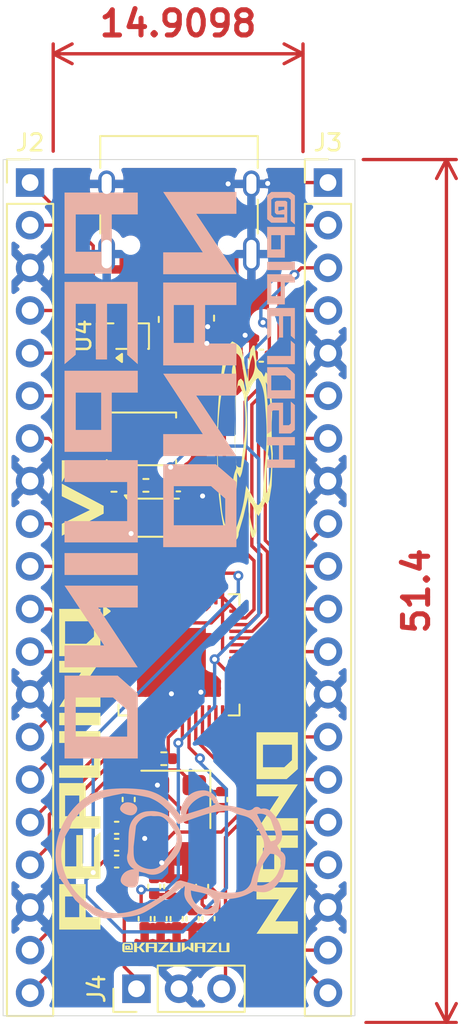
<source format=kicad_pcb>
(kicad_pcb (version 20241229) (generator "pcbnew") (generator_version "9.0")
  (layers (0 "F.Cu" signal) (2 "B.Cu" signal) (13 "F.Paste" user) (15 "B.Paste" user) (5 "F.SilkS" user "F.Silkscreen") (7 "B.SilkS" user "B.Silkscreen") (1 "F.Mask" user) (3 "B.Mask" user) (25 "Edge.Cuts" user))
  (net 0 "")
  (net 1 "+3V3")
  (net 2 "GND")
  (net 3 "+1V1")
  (net 4 "VBUS")
  (net 5 "XIN")
  (net 6 "Net-(C16-Pad2)")
  (net 7 "Net-(J1-CC1)")
  (net 8 "USB_D-")
  (net 9 "USB_D+")
  (net 10 "Net-(J1-CC2)")
  (net 11 "GPIO6")
  (net 12 "GPIO7")
  (net 13 "GPIO11")
  (net 14 "GPIO13")
  (net 15 "GPIO10")
  (net 16 "GPIO2")
  (net 17 "GPIO9")
  (net 18 "GPIO12")
  (net 19 "GPIO4")
  (net 20 "GPIO14")
  (net 21 "GPIO5")
  (net 22 "GPIO8")
  (net 23 "GPIO1")
  (net 24 "GPIO15")
  (net 25 "GPIO3")
  (net 26 "GPIO0")
  (net 27 "GPIO21")
  (net 28 "GPIO27_ADC1")
  (net 29 "GPIO26_ADC0")
  (net 30 "GPIO17")
  (net 31 "GPIO16")
  (net 32 "GPIO29_ADC3")
  (net 33 "GPIO18")
  (net 34 "GPIO22")
  (net 35 "GPIO24")
  (net 36 "GPIO23")
  (net 37 "GPIO20")
  (net 38 "GPIO28_ADC2")
  (net 39 "RUN")
  (net 40 "GPIO19")
  (net 41 "SWCLK")
  (net 42 "SWD")
  (net 43 "Net-(U1-USB_DP)")
  (net 44 "Net-(U1-USB_DM)")
  (net 45 "XOUT")
  (net 46 "Net-(R6-Pad1)")
  (net 47 "QSPI_SS")
  (net 48 "QSPI_SD0")
  (net 49 "QSPI_SD2")
  (net 50 "QSPI_SD1")
  (net 51 "QSPI_SD3")
  (net 52 "QSPI_SCLK")
  (footprint "Connector_PinHeader_2.54mm:PinHeader_1x03_P2.54mm_Vertical" (layer "F.Cu") (at 81.7788 97.015 90)
    (property "Reference" "J4")
    (property "Value" "Conn_01x03" (hide yes))
  )
  (footprint "Resistor_SMD:R_0402_1005Metric" (layer "F.Cu") (at 83.4898 57.148 90)
    (property "Reference" "R2" (hide yes))
    (property "Value" "5.1K" (hide yes))
  )
  (footprint "Resistor_SMD:R_0402_1005Metric" (layer "F.Cu") (at 86.321301 69.7718 -90)
    (property "Reference" "R3" (hide yes))
    (property "Value" "27K" (hide yes))
  )
  (footprint "Crystal:Crystal_SMD_3225-4Pin_3.2x2.5mm" (layer "F.Cu") (at 84.1301 85.7365 180)
    (property "Reference" "Y1" (hide yes))
    (property "Value" "Crystal_GND24" (hide yes))
  )
  (footprint "Capacitor_SMD:C_0402_1005Metric" (layer "F.Cu") (at 86.8426 85.7478 90)
    (property "Reference" "C16" (hide yes))
    (property "Value" "15pf" (hide yes))
  )
  (footprint "Resistor_SMD:R_0402_1005Metric" (layer "F.Cu") (at 82.3435 67.0306 180)
    (property "Reference" "R7" (hide yes))
    (property "Value" "10K" (hide yes))
  )
  (footprint "Capacitor_SMD:C_0402_1005Metric" (layer "F.Cu") (at 82.84 90.9265 90)
    (property "Reference" "C1" (hide yes))
    (property "Value" "1uf" (hide yes))
  )
  (footprint "Resistor_SMD:R_0402_1005Metric" (layer "F.Cu") (at 87.274401 69.7718 -90)
    (property "Reference" "R4" (hide yes))
    (property "Value" "27K" (hide yes))
  )
  (footprint "Capacitor_SMD:C_0402_1005Metric" (layer "F.Cu") (at 85.1275 92.8396 -90)
    (property "Reference" "C8" (hide yes))
    (property "Value" "0.1uf" (hide yes))
  )
  (footprint "Capacitor_SMD:C_0402_1005Metric" (layer "F.Cu") (at 80.596803 88.442803)
    (property "Reference" "C10" (hide yes))
    (property "Value" "1uf" (hide yes))
  )
  (footprint "Capacitor_SMD:C_0402_1005Metric" (layer "F.Cu") (at 80.5968 87.4268)
    (property "Reference" "C12" (hide yes))
    (property "Value" "0.1uf" (hide yes))
  )
  (footprint "Button_Switch_SMD:SW_Push_SPST_NO_Alps_SKRK" (layer "F.Cu") (at 82.0756 64.262 180)
    (property "Reference" "SW1" (hide yes))
    (property "Value" "SW_Push" (hide yes))
  )
  (footprint "Package_SON:Winbond_USON-8-1EP_3x2mm_P0.5mm_EP0.2x1.6mm" (layer "F.Cu") (at 82.6998 68.957)
    (property "Reference" "U3" (hide yes))
    (property "Value" "W25Q16JVUXIQ TR" (hide yes))
  )
  (footprint "Connector_PinHeader_2.54mm:PinHeader_1x20_P2.54mm_Vertical" (layer "F.Cu") (at 93.2088 48.995)
    (property "Reference" "J3")
    (property "Value" "Conn_01x20" (hide yes))
  )
  (footprint "Connector_USB:USB_C_Receptacle_HRO_TYPE-C-31-M-12" (layer "F.Cu") (at 84.3188 50.125 180)
    (property "Reference" "J1" (hide yes))
    (property "Value" "USB_C_Receptacle_USB2.0_14P" (hide yes))
  )
  (footprint "Capacitor_SMD:C_0402_1005Metric" (layer "F.Cu") (at 84.7462 90.9265 90)
    (property "Reference" "C3" (hide yes))
    (property "Value" "0.1uf" (hide yes))
  )
  (footprint "Resistor_SMD:R_0402_1005Metric" (layer "F.Cu") (at 83.4116 83.312)
    (property "Reference" "R5" (hide yes))
    (property "Value" "1K" (hide yes))
  )
  (footprint "Capacitor_SMD:C_0402_1005Metric" (layer "F.Cu") (at 83.2212 92.8396 -90)
    (property "Reference" "C7" (hide yes))
    (property "Value" "0.1uf" (hide yes))
  )
  (footprint "Resistor_SMD:R_0402_1005Metric" (layer "F.Cu") (at 80.4373 67.0306)
    (property "Reference" "R6" (hide yes))
    (property "Value" "1K" (hide yes))
  )
  (footprint "Capacitor_SMD:C_0402_1005Metric" (layer "F.Cu") (at 81.3145 85.7409 -90)
    (property "Reference" "C15" (hide yes))
    (property "Value" "15pf" (hide yes))
  )
  (footprint "Capacitor_SMD:C_0402_1005Metric" (layer "F.Cu") (at 83.7931 90.9265 90)
    (property "Reference" "C2" (hide yes))
    (property "Value" "0.1uf" (hide yes))
  )
  (footprint "Capacitor_SMD:C_0402_1005Metric" (layer "F.Cu") (at 82.2681 92.8396 -90)
    (property "Reference" "C5" (hide yes))
    (property "Value" "0.1uf" (hide yes))
  )
  (footprint "Package_DFN_QFN:QFN-56-1EP_7x7mm_P0.4mm_EP3.2x3.2mm" (layer "F.Cu") (at 84.3188 77.125)
    (property "Reference" "U1" (hide yes))
    (property "Value" "RP2040")
  )
  (footprint "Connector_PinHeader_2.54mm:PinHeader_1x20_P2.54mm_Vertical" (layer "F.Cu") (at 75.4288 48.995)
    (property "Reference" "J2")
    (property "Value" "Conn_01x20" (hide yes))
  )
  (footprint "Capacitor_SMD:C_0402_1005Metric" (layer "F.Cu") (at 89.2288 59.3078 180)
    (property "Reference" "C14" (hide yes))
    (property "Value" "10uf" (hide yes))
  )
  (footprint "Capacitor_SMD:C_0402_1005Metric" (layer "F.Cu") (at 84.1744 92.8396 -90)
    (property "Reference" "C9" (hide yes))
    (property "Value" "0.1uf" (hide yes))
  )
  (footprint "Package_TO_SOT_SMD:SOT-23" (layer "F.Cu") (at 80.965 58.1429 90)
    (property "Reference" "U4")
    (property "Value" "MCP1700x-330xxTT" (hide yes))
  )
  (footprint "Resistor_SMD:R_0402_1005Metric" (layer "F.Cu") (at 86.0298 57.0718 90)
    (property "Reference" "R1" (hide yes))
    (property "Value" "5.1K" (hide yes))
  )
  (footprint "Capacitor_SMD:C_0402_1005Metric" (layer "F.Cu") (at 85.6994 90.9265 90)
    (property "Reference" "C4" (hide yes))
    (property "Value" "0.1uf" (hide yes))
  )
  (footprint "Capacitor_SMD:C_0402_1005Metric" (layer "F.Cu") (at 87.3894 59.3078)
    (property "Reference" "C13" (hide yes))
    (property "Value" "10uf" (hide yes))
  )
  (footprint "Capacitor_SMD:C_0402_1005Metric" (layer "F.Cu") (at 80.596804 89.433402)
    (property "Reference" "C11" (hide yes))
    (property "Value" "0.1uf" (hide yes))
  )
  (footprint "Capacitor_SMD:C_0402_1005Metric" (layer "F.Cu") (at 86.0806 92.8396 -90)
    (property "Reference" "C6" (hide yes))
    (property "Value" "0.1uf" (hide yes))
  )
  (footprint "Capacitor_SMD:C_0402_1005Metric" (layer "F.Cu") (at 84.2798 67.0306)
    (property "Reference" "C17" (hide yes))
    (property "Value" "0.1uf" (hide yes))
  )
  (gr_poly (pts (xy 81.563466 94.378616) (xy 81.563466 94.695098) (xy 81.106322 94.695096) (xy 81.106323 94.589599) (xy 81.211819 94.589599) (xy 81.282145 94.589603) (xy 81.282147 94.519272) (xy 81.211818 94.519272) (xy 81.211819 94.589599) (xy 81.106323 94.589599) (xy 81.106324 94.44894) (xy 81.387644 94.44894) (xy 81.387642 94.624767) (xy 81.457972 94.624766) (xy 81.457971 94.413781) (xy 81.387642 94.343447) (xy 81.071157 94.343449) (xy 81.071161 94.765426) (xy 81.528302 94.765428) (xy 81.598631 94.835753) (xy 81.000825 94.835754) (xy 80.930499 94.765425) (xy 80.9305 94.378612) (xy 81.000827 94.273117) (xy 81.493138 94.273118)) (fill yes) (layer "F.SilkS"))
  (gr_poly (pts (xy 77.518878 88.001381) (xy 77.518879 89.724956) (xy 78.187202 89.724956) (xy 78.187201 87.860682) (xy 78.574127 87.860682) (xy 78.574127 89.724955) (xy 79.24245 89.724954) (xy 79.242452 88.001381) (xy 79.629375 87.684806) (xy 79.629375 90.463628) (xy 77.167129 90.463627) (xy 77.167128 87.684805)) (fill yes) (layer "F.SilkS"))
  (gr_poly (pts (xy 86.838192 94.765426) (xy 87.154673 94.76543) (xy 87.154675 94.273118) (xy 87.3305 94.273119) (xy 87.330495 94.835755) (xy 86.697531 94.835756) (xy 86.697533 94.273116) (xy 86.838191 94.273118)) (fill yes) (layer "F.SilkS"))
  (gr_poly (pts (xy 91.413563 87.878825) (xy 91.413563 88.620001) (xy 90.390035 88.620001) (xy 90.390035 89.925882) (xy 91.413564 89.925883) (xy 91.413565 90.667059) (xy 90.001798 90.667058) (xy 90.001797 89.890589) (xy 90.001799 88.620002) (xy 89.331211 88.620002) (xy 89.33121 89.890589) (xy 90.001797 89.890589) (xy 90.001798 90.667058) (xy 88.942976 90.667059) (xy 88.942976 87.878825)) (fill yes) (layer "F.SilkS"))
  (gr_poly (pts (xy 79.24245 83.710039) (xy 79.24245 82.373389) (xy 77.167128 82.373389) (xy 77.167128 81.66989) (xy 79.629375 81.669891) (xy 79.629376 84.448711) (xy 77.167129 84.44871) (xy 77.167128 83.710036)) (fill yes) (layer "F.SilkS"))
  (gr_poly (pts (xy 83.954675 94.765427) (xy 84.235996 94.765427) (xy 84.235994 94.27312) (xy 84.411817 94.273119) (xy 84.411816 94.835756) (xy 83.778852 94.835753) (xy 83.778849 94.273118) (xy 83.954676 94.273118)) (fill yes) (layer "F.SilkS"))
  (gr_poly (pts (xy 79.629375 74.388673) (xy 79.629374 76.604696) (xy 78.925876 77.202668) (xy 78.785176 77.202668) (xy 78.785175 76.463997) (xy 79.242451 76.041897) (xy 79.24245 75.12735) (xy 77.518878 75.127349) (xy 77.518878 76.463996) (xy 78.785175 76.463997) (xy 78.785176 77.202668) (xy 77.167127 77.202668) (xy 77.167127 74.388672)) (fill yes) (layer "F.SilkS"))
  (gr_poly (pts (xy 90.284151 91.69059) (xy 88.942976 91.69059) (xy 88.942976 90.984707) (xy 91.413562 90.984706) (xy 90.072388 92.996471) (xy 91.413563 92.996472) (xy 91.413563 93.737648) (xy 88.942975 93.737648)) (fill yes) (layer "F.SilkS"))
  (gr_poly (pts (xy 79.392857 65.535713) (xy 80.107142 66.285713) (xy 77.642856 66.285714) (xy 77.321429 66.857143) (xy 77.321428 65.535713)) (fill yes) (layer "F.SilkS"))
  (gr_poly (pts (xy 81.809621 94.519275) (xy 81.915113 94.519276) (xy 82.090942 94.273117) (xy 82.301927 94.273115) (xy 82.055775 94.554437) (xy 82.301927 94.835754) (xy 82.126103 94.835753) (xy 81.915113 94.5896) (xy 81.809621 94.589603) (xy 81.80962 94.835754) (xy 81.633795 94.835754) (xy 81.633795 94.273115) (xy 81.80962 94.273118)) (fill yes) (layer "F.SilkS"))
  (gr_poly (pts (xy 79 68.5) (xy 77.321427 67.678571) (xy 77.321428 66.928573) (xy 79.821428 68.250001) (xy 79.821426 68.714285) (xy 77.321429 70.035714) (xy 77.321429 69.321428)) (fill yes) (layer "F.SilkS"))
  (gr_poly (pts (xy 90.284151 85.549411) (xy 88.942976 85.549411) (xy 88.942976 84.843529) (xy 91.413564 84.843529) (xy 90.072387 86.855292) (xy 91.413562 86.855292) (xy 91.413563 87.596471) (xy 88.942975 87.596471)) (fill yes) (layer "F.SilkS"))
  (gr_poly (pts (xy 91.413563 81.737646) (xy 91.413562 83.925882) (xy 90.742976 84.525881) (xy 90.601798 84.525881) (xy 90.6018 83.82) (xy 91.060622 83.396471) (xy 91.060623 82.478824) (xy 89.331212 82.478825) (xy 89.331209 83.82) (xy 90.6018 83.82) (xy 90.601798 84.525881) (xy 88.942976 84.525881) (xy 88.942976 81.737646)) (fill yes) (layer "F.SilkS"))
  (gr_poly (pts (xy 78.750001 90.780203) (xy 78.75 92.75) (xy 79.629375 92.749999) (xy 79.629375 93.488674) (xy 78.363077 93.488675) (xy 78.363077 92.749999) (xy 78.363077 91.518877) (xy 77.518878 91.518876) (xy 77.518878 92.75) (xy 78.363077 92.749999) (xy 78.363077 93.488675) (xy 77.167128 93.488675) (xy 77.167128 90.780204)) (fill yes) (layer "F.SilkS"))
  (gr_poly (pts (xy 86.597105 63.846877) (xy 86.608302 63.364466) (xy 86.625271 62.880405) (xy 86.648423 62.393873) (xy 86.676384 61.941343) (xy 86.707229 61.550234) (xy 86.740549 61.206117) (xy 86.775929 60.894561) (xy 86.92982 59.68544) (xy 86.94545 59.590323) (xy 86.964196 59.495849) (xy 86.986032 59.402097) (xy 87.010943 59.309138) (xy 87.038903 59.217052) (xy 87.069893 59.125915) (xy 87.103886 59.035799) (xy 87.140867 58.946781) (xy 87.177057 58.879974) (xy 87.215552 58.814555) (xy 87.25631 58.750573) (xy 87.29929 58.688095) (xy 87.344451 58.627173) (xy 87.391753 58.567868) (xy 87.441153 58.510235) (xy 87.492609 58.454337) (xy 87.596209 58.50751) (xy 87.646258 58.53487) (xy 87.694862 58.563157) (xy 87.74182 58.592681) (xy 87.786921 58.623751) (xy 87.829961 58.656675) (xy 87.870734 58.691763) (xy 87.909034 58.729327) (xy 87.944656 58.76967) (xy 87.961397 58.790982) (xy 87.977391 58.813104) (xy 87.992613 58.836078) (xy 88.007034 58.859942) (xy 88.020633 58.88473) (xy 88.033382 58.910487) (xy 88.045254 58.937248) (xy 88.056224 58.965053) (xy 88.066265 58.993938) (xy 88.075356 59.023946) (xy 88.083468 59.055112) (xy 88.090572 59.087475) (xy 88.235668 59.826139) (xy 88.323054 60.26472) (xy 88.407143 60.670326) (xy 88.477492 59.685441) (xy 88.583016 58.94678) (xy 88.723714 58.700557) (xy 88.829239 58.700556) (xy 88.934764 59.579917) (xy 88.934763 59.720617) (xy 88.933231 59.759265) (xy 88.934183 59.797642) (xy 88.937571 59.835647) (xy 88.943344 59.873175) (xy 88.951452 59.910119) (xy 88.961851 59.946377) (xy 88.974489 59.981845) (xy 88.989318 60.016416) (xy 89.006291 60.049989) (xy 89.025355 60.082456) (xy 89.046465 60.113716) (xy 89.069571 60.143662) (xy 89.094623 60.172192) (xy 89.121575 60.1992) (xy 89.150379 60.224582) (xy 89.180984 60.248234) (xy 89.190672 60.255031) (xy 89.19997 60.262222) (xy 89.208894 60.269787) (xy 89.217461 60.277704) (xy 89.225696 60.285959) (xy 89.233615 60.294527) (xy 89.248584 60.312536) (xy 89.262521 60.331574) (xy 89.275583 60.351489) (xy 89.287923 60.372125) (xy 89.299698 60.393326) (xy 89.322161 60.436814) (xy 89.344214 60.480713) (xy 89.355471 60.502431) (xy 89.367091 60.523787) (xy 89.379225 60.544629) (xy 89.392029 60.564803) (xy 89.497553 60.283406) (xy 89.526214 60.31349) (xy 89.55289 60.344361) (xy 89.577661 60.375979) (xy 89.600604 60.408302) (xy 89.621794 60.441298) (xy 89.641308 60.474924) (xy 89.659226 60.509145) (xy 89.675623 60.543917) (xy 89.704169 60.61497) (xy 89.727559 60.687774) (xy 89.74642 60.762022) (xy 89.761363 60.837402) (xy 89.773007 60.913608) (xy 89.781972 60.99033) (xy 89.794338 61.144079) (xy 89.803406 61.296182) (xy 89.814123 61.444163) (xy 89.835944 61.672176) (xy 89.852793 61.900529) (xy 89.864663 62.129142) (xy 89.871553 62.35793) (xy 89.873463 62.586813) (xy 89.870391 62.815713) (xy 89.862334 63.044544) (xy 89.849294 63.273231) (xy 89.846569 63.506574) (xy 89.847138 63.739897) (xy 89.850999 63.973165) (xy 89.858151 64.206342) (xy 89.868594 64.439396) (xy 89.882322 64.672292) (xy 89.899338 64.904993) (xy 89.919642 65.137468) (xy 89.849297 67.036893) (xy 89.708599 67.916255) (xy 89.5679 68.162476) (xy 89.532727 68.115577) (xy 89.532727 67.49416) (xy 89.558688 67.45284) (xy 89.58378 67.401853) (xy 89.631174 67.273428) (xy 89.674549 67.113986) (xy 89.713545 66.928623) (xy 89.7478 66.722444) (xy 89.776953 66.500553) (xy 89.800646 66.268046) (xy 89.818518 66.030028) (xy 89.830205 65.791594) (xy 89.835349 65.557851) (xy 89.833587 65.333897) (xy 89.824563 65.124834) (xy 89.807912 64.935764) (xy 89.783274 64.771786) (xy 89.75029 64.638001) (xy 89.730554 64.584026) (xy 89.708597 64.539516) (xy 89.708595 64.539531) (xy 89.708596 63.413929) (xy 89.724163 63.379513) (xy 89.737914 63.336024) (xy 89.760119 63.224317) (xy 89.775527 63.083757) (xy 89.78444 62.91929) (xy 89.787173 62.735861) (xy 89.78403 62.538417) (xy 89.775322 62.331905) (xy 89.761359 62.121271) (xy 89.74245 61.91146) (xy 89.718901 61.70742) (xy 89.691026 61.514099) (xy 89.659132 61.336441) (xy 89.623529 61.179394) (xy 89.584526 61.0479) (xy 89.542428 60.946913) (xy 89.520317 60.909403) (xy 89.49755 60.881371) (xy 89.708596 63.413929) (xy 89.708595 64.539531) (xy 89.659233 64.906775) (xy 89.617677 65.274878) (xy 89.583935 65.643697) (xy 89.558018 66.013107) (xy 89.539931 66.382982) (xy 89.529681 66.753201) (xy 89.527278 67.123634) (xy 89.532727 67.49416) (xy 89.532727 68.115577) (xy 89.462377 68.021778) (xy 89.075458 68.865963) (xy 88.934759 68.690093) (xy 88.93476 69.745325) (xy 88.864413 70.061895) (xy 88.758889 70.125209) (xy 88.758891 69.710147) (xy 88.789743 69.630896) (xy 88.816115 69.539431) (xy 88.837643 69.437556) (xy 88.853969 69.327079) (xy 88.864729 69.209798) (xy 88.869563 69.087521) (xy 88.868112 68.962049) (xy 88.860015 68.835186) (xy 88.844908 68.708734) (xy 88.822436 68.584498) (xy 88.792234 68.464284) (xy 88.753942 68.349888) (xy 88.731649 68.295439) (xy 88.707201 68.243121) (xy 88.680548 68.19316) (xy 88.651648 68.145781) (xy 88.620454 68.101211) (xy 88.586923 68.059674) (xy 88.551009 68.021396) (xy 88.512668 67.986604) (xy 88.509278 68.096238) (xy 88.508419 68.205818) (xy 88.510088 68.315301) (xy 88.514276 68.424644) (xy 88.52098 68.533806) (xy 88.530191 68.64274) (xy 88.541903 68.751406) (xy 88.556112 68.859757) (xy 88.572812 68.967755) (xy 88.591994 69.075352) (xy 88.613652 69.182509) (xy 88.637783 69.28918) (xy 88.664378 69.395322) (xy 88.693433 69.500895) (xy 88.724939 69.605851) (xy 88.758891 69.710147) (xy 88.758889 70.125209) (xy 88.68854 70.167418) (xy 88.618193 69.991545) (xy 88.512668 69.358406) (xy 88.442321 67.88108) (xy 88.442321 67.705208) (xy 88.160924 68.901139) (xy 87.879527 69.850849) (xy 87.879527 69.886022) (xy 87.878812 69.918487) (xy 87.876685 69.949947) (xy 87.873181 69.980428) (xy 87.86833 70.009956) (xy 87.862165 70.038559) (xy 87.854719 70.066257) (xy 87.846023 70.093079) (xy 87.83611 70.119053) (xy 87.825011 70.1442) (xy 87.812759 70.16855) (xy 87.799389 70.192129) (xy 87.784927 70.214958) (xy 87.769413 70.237066) (xy 87.752872 70.258478) (xy 87.735337 70.279222) (xy 87.716847 70.29932) (xy 87.677112 70.337689) (xy 87.633926 70.373792) (xy 87.587545 70.407833) (xy 87.538226 70.440018) (xy 87.486229 70.470557) (xy 87.43181 70.499651) (xy 87.42226 70.504353) (xy 87.422259 70.02672) (xy 87.435836 70.013915) (xy 87.450083 70.001781) (xy 87.464843 69.990163) (xy 87.479966 69.978904) (xy 87.510676 69.956852) (xy 87.525953 69.945748) (xy 87.540973 69.934387) (xy 87.55558 69.922613) (xy 87.56962 69.910273) (xy 87.58294 69.897211) (xy 87.595382 69.883274) (xy 87.601226 69.875928) (xy 87.606796 69.868305) (xy 87.612068 69.860387) (xy 87.617024 69.852153) (xy 87.621645 69.843583) (xy 87.62591 69.834659) (xy 87.629805 69.825362) (xy 87.633304 69.815673) (xy 87.736088 69.560507) (xy 87.830964 69.302502) (xy 87.917883 69.041844) (xy 87.996791 68.778717) (xy 88.067635 68.513304) (xy 88.130365 68.245792) (xy 88.184927 67.976365) (xy 88.231268 67.705208) (xy 88.336797 66.966545) (xy 88.336795 67.072068) (xy 88.413976 67.195702) (xy 88.489229 67.320489) (xy 88.562543 67.446405) (xy 88.633904 67.573427) (xy 88.703304 67.701532) (xy 88.770724 67.830702) (xy 88.836156 67.960906) (xy 88.899587 68.092125) (xy 88.918968 68.116858) (xy 88.928368 68.127988) (xy 88.937578 68.138292) (xy 88.946608 68.147772) (xy 88.955466 68.15643) (xy 88.964155 68.164261) (xy 88.972684 68.17127) (xy 88.981057 68.177453) (xy 88.989283 68.18281) (xy 88.997367 68.187345) (xy 89.005315 68.191055) (xy 89.013135 68.19394) (xy 89.020833 68.196) (xy 89.028415 68.197237) (xy 89.035887 68.197649) (xy 89.043257 68.197238) (xy 89.050527 68.196001) (xy 89.057711 68.193939) (xy 89.064811 68.191055) (xy 89.071831 68.187345) (xy 89.078782 68.182811) (xy 89.085668 68.177452) (xy 89.092496 68.171269) (xy 89.099272 68.164261) (xy 89.106003 68.156428) (xy 89.112696 68.147774) (xy 89.119357 68.138293) (xy 89.125993 68.127989) (xy 89.132607 68.116858) (xy 89.139209 68.104904) (xy 89.145806 68.092127) (xy 89.164419 68.06956) (xy 89.182077 68.046341) (xy 89.198766 68.022498) (xy 89.214471 67.998065) (xy 89.229185 67.973069) (xy 89.242889 67.947544) (xy 89.255575 67.921522) (xy 89.267226 67.895032) (xy 89.277831 67.868107) (xy 89.287377 67.840775) (xy 89.29585 67.813072) (xy 89.303238 67.785025) (xy 89.309527 67.756666) (xy 89.314707 67.728029) (xy 89.31876 67.699141) (xy 89.321678 67.670033) (xy 89.427204 65.911312) (xy 89.470552 65.512602) (xy 89.504038 65.113132) (xy 89.527654 64.713074) (xy 89.541395 64.312617) (xy 89.545262 63.911946) (xy 89.539243 63.511239) (xy 89.523342 63.110679) (xy 89.497549 62.71045) (xy 89.475017 62.445264) (xy 89.45578 62.178432) (xy 89.433248 61.911599) (xy 89.418682 61.778697) (xy 89.40082 61.646417) (xy 89.378836 61.514958) (xy 89.351907 61.384531) (xy 89.319204 61.255339) (xy 89.27991 61.127591) (xy 89.233193 61.001493) (xy 89.178232 60.877248) (xy 89.114202 60.755066) (xy 89.040282 60.63515) (xy 88.994663 60.66963) (xy 88.9508 60.706) (xy 88.908744 60.744187) (xy 88.868543 60.784119) (xy 88.830238 60.825729) (xy 88.793883 60.868947) (xy 88.759524 60.913698) (xy 88.727205 60.959912) (xy 88.696975 61.007519) (xy 88.668881 61.056449) (xy 88.642973 61.106629) (xy 88.619294 61.15799) (xy 88.597895 61.210459) (xy 88.57882 61.263968) (xy 88.562117 61.318441) (xy 88.547836 61.373814) (xy 88.547841 61.408987) (xy 88.519627 61.456899) (xy 88.493351 61.505729) (xy 88.477494 61.538117) (xy 88.477494 60.846197) (xy 88.544991 60.762198) (xy 88.605817 60.674432) (xy 88.659913 60.583278) (xy 88.707215 60.48912) (xy 88.747674 60.392337) (xy 88.781221 60.29331) (xy 88.807801 60.192419) (xy 88.827355 60.090045) (xy 88.839822 59.986571) (xy 88.845143 59.882374) (xy 88.843262 59.777834) (xy 88.834118 59.673334) (xy 88.817649 59.569255) (xy 88.793797 59.465978) (xy 88.762506 59.363883) (xy 88.723713 59.263351) (xy 88.686424 59.357693) (xy 88.652007 59.452954) (xy 88.620471 59.549067) (xy 88.59183 59.645967) (xy 88.566091 59.743588) (xy 88.543265 59.841866) (xy 88.523364 59.940729) (xy 88.506396 60.040119) (xy 88.492373 60.139965) (xy 88.481303 60.240206) (xy 88.473196 60.34077) (xy 88.468065 60.441598) (xy 88.465919 60.542619) (xy 88.466769 60.643772) (xy 88.470623 60.744986) (xy 88.477494 60.846197) (xy 88.477494 61.538117) (xy 88.469022 61.555424) (xy 88.446656 61.605924) (xy 88.42627 61.657168) (xy 88.407873 61.709099) (xy 88.391488 61.761657) (xy 88.377125 61.814784) (xy 88.364798 61.86842) (xy 88.354523 61.922505) (xy 88.346316 61.976984) (xy 88.340189 62.031793) (xy 88.336158 62.086874) (xy 88.334238 62.142172) (xy 88.334443 62.197624) (xy 88.33679 62.253174) (xy 88.369758 62.74783) (xy 88.384449 63.242858) (xy 88.380898 63.737761) (xy 88.359133 64.23203) (xy 88.319186 64.725162) (xy 88.26109 65.216654) (xy 88.184877 65.706002) (xy 88.090573 66.192705) (xy 88.079794 66.243319) (xy 88.067028 66.293406) (xy 88.052296 66.342906) (xy 88.035618 66.391766) (xy 88.017016 66.439926) (xy 87.99651 66.487326) (xy 87.974123 66.533913) (xy 87.949873 66.579626) (xy 87.774003 66.263057) (xy 87.783812 66.44438) (xy 87.787024 66.625759) (xy 87.783651 66.807015) (xy 87.773706 66.987971) (xy 87.757205 67.168447) (xy 87.734156 67.348264) (xy 87.704578 67.527244) (xy 87.668479 67.705205) (xy 87.668479 67.634858) (xy 87.635581 67.535303) (xy 87.607697 67.434689) (xy 87.584811 67.333195) (xy 87.566919 67.23101) (xy 87.554012 67.12831) (xy 87.546084 67.02528) (xy 87.543124 66.922102) (xy 87.545128 66.818955) (xy 87.552084 66.716028) (xy 87.563988 66.613494) (xy 87.58083 66.51154) (xy 87.6026 66.41035) (xy 87.629292 66.310101) (xy 87.6609 66.210978) (xy 87.697414 66.113161) (xy 87.738827 66.016838) (xy 87.738827 65.911312) (xy 87.711291 65.360609) (xy 87.738833 65.700267) (xy 87.735898 65.714616) (xy 87.733975 65.729009) (xy 87.733052 65.743396) (xy 87.733112 65.757734) (xy 87.734142 65.771974) (xy 87.736122 65.786068) (xy 87.739042 65.799967) (xy 87.742885 65.813625) (xy 87.747635 65.826995) (xy 87.753277 65.840027) (xy 87.759799 65.852677) (xy 87.767182 65.864896) (xy 87.775412 65.876636) (xy 87.784475 65.887851) (xy 87.794353 65.898493) (xy 87.805036 65.908511) (xy 87.816385 65.917769) (xy 87.828243 65.926148) (xy 87.840561 65.933643) (xy 87.85329 65.940241) (xy 87.866381 65.945938) (xy 87.879783 65.950721) (xy 87.89345 65.954583) (xy 87.907332 65.957517) (xy 87.92138 65.959513) (xy 87.935543 65.96056) (xy 87.949776 65.960655) (xy 87.964025 65.959784) (xy 87.978244 65.95794) (xy 87.992382 65.955117) (xy 88.006394 65.9513) (xy 88.020225 65.946486) (xy 88.020225 65.840965) (xy 88.196097 64.469162) (xy 88.237866 64.113734) (xy 88.266435 63.75737) (xy 88.281809 63.400437) (xy 88.283993 63.0433) (xy 88.272992 62.686325) (xy 88.24881 62.329881) (xy 88.211452 61.974329) (xy 88.160924 61.620041) (xy 87.949879 61.092418) (xy 87.844354 61.09242) (xy 87.815762 61.168767) (xy 87.790272 61.246104) (xy 87.767907 61.324332) (xy 87.748684 61.40336) (xy 87.732626 61.483091) (xy 87.719756 61.563431) (xy 87.710091 61.644284) (xy 87.703655 61.725557) (xy 87.668479 63.062284) (xy 87.668479 61.795908) (xy 87.84435 60.846197) (xy 87.844656 60.839604) (xy 87.845554 60.833016) (xy 87.847017 60.826441) (xy 87.849024 60.819886) (xy 87.851542 60.813356) (xy 87.854553 60.806857) (xy 87.858027 60.800399) (xy 87.861939 60.793985) (xy 87.866262 60.787624) (xy 87.870973 60.78132) (xy 87.876043 60.775079) (xy 87.881449 60.768912) (xy 87.893164 60.756811) (xy 87.905907 60.745072) (xy 87.919474 60.733746) (xy 87.933661 60.722882) (xy 87.94826 60.712534) (xy 87.963064 60.702752) (xy 87.97787 60.69359) (xy 87.99247 60.685097) (xy 88.006655 60.677324) (xy 88.020222 60.670326) (xy 88.160921 60.846199) (xy 88.30162 61.444162) (xy 88.307744 61.424821) (xy 88.313053 61.4053) (xy 88.317543 61.385627) (xy 88.321218 61.36583) (xy 88.324077 61.345932) (xy 88.326118 61.325956) (xy 88.327345 61.30593) (xy 88.327753 61.285879) (xy 88.327343 61.265827) (xy 88.326118 61.245801) (xy 88.324078 61.225825) (xy 88.321219 61.205927) (xy 88.317544 61.186129) (xy 88.313051 61.166456) (xy 88.307745 61.146936) (xy 88.30162 61.127592) (xy 88.055399 59.650267) (xy 88.048742 59.607286) (xy 88.039384 59.565144) (xy 88.027407 59.523949) (xy 88.012885 59.483807) (xy 87.995899 59.444823) (xy 87.976524 59.407101) (xy 87.954839 59.37075) (xy 87.930922 59.335873) (xy 87.904847 59.302578) (xy 87.876695 59.270969) (xy 87.84654 59.241152) (xy 87.814464 59.213233) (xy 87.780543 59.187319) (xy 87.744855 59.163513) (xy 87.707473 59.141923) (xy 87.668479 59.122651) (xy 87.660154 59.115727) (xy 87.651481 59.109371) (xy 87.642485 59.103586) (xy 87.633196 59.09838) (xy 87.623644 59.093761) (xy 87.613855 59.08974) (xy 87.603858 59.086318) (xy 87.593683 59.083504) (xy 87.583356 59.081305) (xy 87.572908 59.079729) (xy 87.562366 59.078782) (xy 87.55176 59.078468) (xy 87.541116 59.078801) (xy 87.530467 59.079782) (xy 87.519837 59.081421) (xy 87.509255 59.083723) (xy 87.498838 59.086671) (xy 87.488686 59.090228) (xy 87.478826 59.094375) (xy 87.469282 59.09909) (xy 87.460068 59.104355) (xy 87.451214 59.110152) (xy 87.442736 59.116458) (xy 87.434661 59.123259) (xy 87.427006 59.130531) (xy 87.419795 59.138255) (xy 87.413052 59.14641) (xy 87.406796 59.154981) (xy 87.401048 59.163946) (xy 87.395835 59.173283) (xy 87.391172 59.182976) (xy 87.387084 59.193002) (xy 87.335513 59.298279) (xy 87.287311 59.405046) (xy 87.24251 59.513221) (xy 87.201135 59.622723) (xy 87.16322 59.733469) (xy 87.12879 59.845378) (xy 87.097878 59.958369) (xy 87.070513 60.072359) (xy 87.022355 60.309857) (xy 86.982028 60.547766) (xy 86.947472 60.786497) (xy 86.916627 61.026467) (xy 86.85782 61.511765) (xy 86.825737 61.757916) (xy 86.789118 62.006955) (xy 86.736949 62.479992) (xy 86.694652 62.953856) (xy 86.662227 63.428391) (xy 86.639684 63.903448) (xy 86.627026 64.378872) (xy 86.624259 64.854507) (xy 86.631391 65.330201) (xy 86.648426 65.8058) (xy 86.664706 66.122367) (xy 86.686347 66.438934) (xy 86.740756 67.07207) (xy 86.859467 68.338347) (xy 86.868226 68.434091) (xy 86.879078 68.529536) (xy 86.89202 68.624651) (xy 86.907045 68.7194) (xy 86.924139 68.813751) (xy 86.943296 68.90767) (xy 86.964509 69.001123) (xy 86.987765 69.094075) (xy 87.013058 69.186494) (xy 87.040379 69.278348) (xy 87.069718 69.3696) (xy 87.101066 69.460218) (xy 87.134417 69.550167) (xy 87.169758 69.639415) (xy 87.207083 69.727929) (xy 87.246385 69.81567) (xy 87.422259 70.02672) (xy 87.42226 70.504353) (xy 87.375227 70.52751) (xy 87.316738 70.554336) (xy 87.295085 70.519838) (xy 87.274239 70.484888) (xy 87.254209 70.449506) (xy 87.234998 70.413698) (xy 87.216611 70.377484) (xy 87.199054 70.340876) (xy 87.182336 70.303889) (xy 87.16646 70.26654) (xy 87.151433 70.228842) (xy 87.137261 70.190805) (xy 87.123952 70.152451) (xy 87.111506 70.113791) (xy 87.099936 70.074837) (xy 87.089241 70.035605) (xy 87.079435 69.996113) (xy 87.070518 69.95637) (xy 86.973632 69.500369) (xy 86.888044 69.042332) (xy 86.813781 68.582466) (xy 86.750872 68.120981) (xy 86.699336 67.658089) (xy 86.659204 67.193998) (xy 86.6305 66.728917) (xy 86.61325 66.263059) (xy 86.594012 65.292464) (xy 86.591267 64.328464)) (fill yes) (layer "F.SilkS"))
  (gr_poly (pts (xy 78.75 84.765285) (xy 78.750001 86.735084) (xy 79.629376 86.735083) (xy 79.629375 87.473757) (xy 78.363077 87.473758) (xy 78.363075 86.735082) (xy 78.363075 85.50396) (xy 77.518878 85.50396) (xy 77.518877 86.735083) (xy 78.363075 86.735082) (xy 78.363077 87.473758) (xy 77.167127 87.473758) (xy 77.167128 84.765285)) (fill yes) (layer "F.SilkS"))
  (gr_poly (pts (xy 83.286542 94.765423) (xy 83.673356 94.765424) (xy 83.743685 94.835753) (xy 83.040389 94.835757) (xy 83.462364 94.343446) (xy 83.110718 94.34345) (xy 83.040388 94.273118) (xy 83.743686 94.273118)) (fill yes) (layer "F.SilkS"))
  (gr_poly (pts (xy 86.205222 94.765428) (xy 86.556873 94.765427) (xy 86.627206 94.835757) (xy 85.923905 94.835757) (xy 86.381046 94.343448) (xy 85.994235 94.343448) (xy 85.923906 94.273116) (xy 86.6272 94.273115)) (fill yes) (layer "F.SilkS"))
  (gr_poly (pts (xy 83.005224 94.835754) (xy 82.8294 94.835756) (xy 82.8294 94.5896) (xy 82.512915 94.589604) (xy 82.512914 94.835756) (xy 82.337091 94.835752) (xy 82.337092 94.519273) (xy 82.512917 94.519272) (xy 82.8294 94.519273) (xy 82.829398 94.343449) (xy 82.512914 94.343449) (xy 82.512917 94.519272) (xy 82.337092 94.519273) (xy 82.337093 94.273119) (xy 83.005227 94.273118)) (fill yes) (layer "F.SilkS"))
  (gr_poly (pts (xy 85.888739 94.835756) (xy 85.712914 94.835755) (xy 85.712917 94.589603) (xy 85.4316 94.589603) (xy 85.431599 94.835756) (xy 85.255773 94.835754) (xy 85.255776 94.519272) (xy 85.4316 94.519272) (xy 85.712914 94.519271) (xy 85.712917 94.343447) (xy 85.431596 94.343447) (xy 85.4316 94.519272) (xy 85.255776 94.519272) (xy 85.255775 94.273119) (xy 85.888739 94.273117)) (fill yes) (layer "F.SilkS"))
  (gr_poly (pts (xy 79.629374 77.48407) (xy 78.257551 79.489044) (xy 79.629375 79.489043) (xy 79.629374 80.227717) (xy 77.16713 80.227718) (xy 78.4686 78.187569) (xy 77.167127 78.187569) (xy 77.167129 77.484069)) (fill yes) (layer "F.SilkS"))
  (gr_poly (pts (xy 84.657971 94.589602) (xy 84.833794 94.484106) (xy 85.00962 94.589602) (xy 85.009621 94.273118) (xy 85.185444 94.273118) (xy 85.185444 94.835755) (xy 84.833796 94.624768) (xy 84.482148 94.835757) (xy 84.482144 94.273116) (xy 84.657973 94.273119)) (fill yes) (layer "F.SilkS"))
  (gr_poly (pts (xy 87.468975 60.253563) (xy 87.473973 60.181593) (xy 87.482342 60.109781) (xy 87.494092 60.038248) (xy 87.509237 59.967112) (xy 87.527785 59.896488) (xy 87.598131 59.82614) (xy 87.668479 59.896488) (xy 87.684881 59.966274) (xy 87.69879 60.03644) (xy 87.710215 60.10692) (xy 87.719153 60.177649) (xy 87.725609 60.248563) (xy 87.729583 60.319595) (xy 87.731077 60.390679) (xy 87.730096 60.461753) (xy 87.726638 60.532748) (xy 87.720708 60.603603) (xy 87.712307 60.674247) (xy 87.701437 60.744619) (xy 87.688101 60.814654) (xy 87.6723 60.884281) (xy 87.654035 60.953443) (xy 87.633308 61.022069) (xy 87.633307 61.022069) (xy 87.601957 60.956124) (xy 87.573854 60.889042) (xy 87.549013 60.820938) (xy 87.527443 60.751934) (xy 87.509155 60.682146) (xy 87.494159 60.611692) (xy 87.482469 60.54069) (xy 87.474095 60.46926) (xy 87.469046 60.397516) (xy 87.467337 60.325578)) (fill yes) (layer "F.SilkS"))
  (gr_poly (pts (xy 87.668479 63.062284) (xy 87.668479 64.504337) (xy 87.711291 65.360609) (xy 87.633308 64.398814)) (fill yes) (layer "F.SilkS"))
  (gr_poly (pts (xy 79.629375 80.579466) (xy 79.629374 81.31814) (xy 77.167128 81.31814) (xy 77.167128 80.579467)) (fill yes) (layer "F.SilkS"))
  (gr_poly (pts (xy 90.284455 65.492562) (xy 90.284456 64.646308) (xy 89.579242 64.646308) (xy 89.579241 64.152658) (xy 91.236491 64.152658) (xy 91.236491 64.646308) (xy 90.531279 64.646308) (xy 90.531279 65.492564) (xy 91.236491 65.492562) (xy 91.236491 65.986211) (xy 89.579242 65.98621) (xy 89.579242 65.492562)) (fill yes) (layer "B.SilkS"))
  (gr_poly (pts (xy 91.236491 56.465851) (xy 91.23649 58.334661) (xy 90.989668 58.123097) (xy 90.989667 56.9595) (xy 90.53128 56.959501) (xy 90.531279 58.22888) (xy 90.284456 58.228878) (xy 90.284454 56.9595) (xy 89.826068 56.9595) (xy 89.826069 58.123097) (xy 89.579243 58.33466) (xy 89.579243 56.465851)) (fill yes) (layer "B.SilkS"))
  (gr_poly (pts (xy 91.236492 53.715528) (xy 91.236491 54.209172) (xy 89.579243 54.209173) (xy 89.579243 53.715527)) (fill yes) (layer "B.SilkS"))
  (gr_poly (pts (xy 87.745692 49.554775) (xy 87.745692 50.859417) (xy 85.347973 50.859417) (xy 87.745692 54.455994) (xy 83.373381 54.455998) (xy 83.37338 53.151352) (xy 85.735839 53.151351) (xy 83.373378 49.554776)) (fill yes) (layer "B.SilkS"))
  (gr_poly (pts (xy 90.989668 59.321961) (xy 90.989667 58.405186) (xy 91.236491 58.616749) (xy 91.236491 59.81561) (xy 89.579243 59.81561) (xy 89.579242 59.321962)) (fill yes) (layer "B.SilkS"))
  (gr_poly (pts (xy 80.836754 90.520837) (xy 80.843432 90.474754) (xy 80.855071 90.42547) (xy 80.872083 90.373863) (xy 80.882731 90.347461) (xy 80.894877 90.320807) (xy 80.908575 90.294014) (xy 80.923872 90.267186) (xy 80.940821 90.240435) (xy 80.959477 90.213873) (xy 80.979887 90.187607) (xy 81.002107 90.161748) (xy 81.026183 90.136406) (xy 81.052174 90.111688) (xy 81.080125 90.08771) (xy 81.110092 90.064575) (xy 81.142123 90.042396) (xy 81.176276 90.021283) (xy 81.212593 90.001344) (xy 81.251134 89.98269) (xy 81.291947 89.965432) (xy 81.335085 89.949678) (xy 81.380598 89.935537) (xy 81.42854 89.923119) (xy 81.47896 89.912536) (xy 81.531909 89.903897) (xy 81.587445 89.897311) (xy 81.645611 89.892887) (xy 81.613233 89.875909) (xy 81.581957 89.85761) (xy 81.551804 89.838035) (xy 81.522795 89.817237) (xy 81.494951 89.795261) (xy 81.46829 89.772163) (xy 81.442836 89.747991) (xy 81.418607 89.722793) (xy 81.395623 89.696621) (xy 81.373907 89.669525) (xy 81.353475 89.641556) (xy 81.334354 89.61276) (xy 81.316555 89.583191) (xy 81.300107 89.552899) (xy 81.285027 89.521933) (xy 81.271335 89.490342) (xy 81.259055 89.458177) (xy 81.248199 89.425487) (xy 81.238794 89.392325) (xy 81.230862 89.358738) (xy 81.224419 89.324777) (xy 81.219486 89.290493) (xy 81.216085 89.255935) (xy 81.214236 89.221154) (xy 81.213957 89.186197) (xy 81.215273 89.151118) (xy 81.218201 89.115967) (xy 81.222762 89.080789) (xy 81.228976 89.045639) (xy 81.236866 89.010564) (xy 81.246448 88.97562) (xy 81.257745 88.940851) (xy 81.269393 88.841688) (xy 81.278198 88.742578) (xy 81.289149 88.544721) (xy 81.297413 88.151894) (xy 81.302166 87.957755) (xy 81.31229 87.765682) (xy 81.320527 87.670548) (xy 81.331503 87.576086) (xy 81.345681 87.482347) (xy 81.363527 87.389383) (xy 81.375471 87.338158) (xy 81.389517 87.287886) (xy 81.405617 87.238605) (xy 81.423715 87.190368) (xy 81.443761 87.143212) (xy 81.465699 87.097179) (xy 81.489476 87.052318) (xy 81.515041 87.008666) (xy 81.542339 86.966273) (xy 81.571321 86.925177) (xy 81.601929 86.885424) (xy 81.634113 86.847058) (xy 81.667821 86.810118) (xy 81.702999 86.77465) (xy 81.739592 86.740699) (xy 81.777549 86.708305) (xy 81.816817 86.677514) (xy 81.857341 86.648369) (xy 81.899072 86.620911) (xy 81.941953 86.595186) (xy 81.985934 86.571239) (xy 82.030963 86.549108) (xy 82.076982 86.528839) (xy 82.123944 86.510474) (xy 82.171792 86.494059) (xy 82.220476 86.479634) (xy 82.269939 86.467247) (xy 82.320132 86.456937) (xy 82.370998 86.448751) (xy 82.42249 86.442727) (xy 82.474549 86.438912) (xy 82.527128 86.43735) (xy 82.62767 86.430947) (xy 82.727854 86.430171) (xy 82.827464 86.434943) (xy 82.926288 86.445185) (xy 83.02411 86.460819) (xy 83.120717 86.481766) (xy 83.215892 86.507949) (xy 83.309426 86.539289) (xy 83.401099 86.575707) (xy 83.4907 86.617126) (xy 83.578016 86.663467) (xy 83.662832 86.714651) (xy 83.744933 86.7706) (xy 83.824106 86.831237) (xy 83.900136 86.896483) (xy 83.972811 86.966257) (xy 84.085565 87.099295) (xy 84.185614 87.233878) (xy 84.272645 87.369913) (xy 84.311184 87.438437) (xy 84.346352 87.507287) (xy 84.37811 87.576447) (xy 84.406422 87.6459) (xy 84.431248 87.715642) (xy 84.452548 87.785654) (xy 84.470283 87.855923) (xy 84.484415 87.926437) (xy 84.494907 87.997184) (xy 84.501719 88.068149) (xy 84.504811 88.139324) (xy 84.504146 88.210691) (xy 84.499685 88.282239) (xy 84.491388 88.353954) (xy 84.47922 88.425824) (xy 84.463135 88.497837) (xy 84.443102 88.56998) (xy 84.419077 88.642237) (xy 84.391023 88.714598) (xy 84.358903 88.787051) (xy 84.322676 88.85958) (xy 84.282302 88.932172) (xy 84.237748 89.004818) (xy 84.188969 89.077503) (xy 84.135931 89.150213) (xy 84.078593 89.222934) (xy 84.032708 89.269997) (xy 83.987549 89.318457) (xy 83.898983 89.418521) (xy 83.725987 89.624025) (xy 83.639901 89.725329) (xy 83.552989 89.822916) (xy 83.508965 89.869669) (xy 83.464424 89.914717) (xy 83.419263 89.957803) (xy 83.373379 89.998669) (xy 83.318309 90.040721) (xy 83.260947 90.0785) (xy 83.201531 90.111964) (xy 83.140302 90.141085) (xy 83.077495 90.165828) (xy 83.013351 90.186163) (xy 82.948105 90.202052) (xy 82.882003 90.213468) (xy 82.815278 90.220375) (xy 82.748168 90.222739) (xy 82.682329 90.220575) (xy 82.682329 89.884467) (xy 82.760796 89.878976) (xy 82.836887 89.867492) (xy 82.910035 89.849913) (xy 82.979668 89.826135) (xy 83.012992 89.811891) (xy 83.045223 89.796058) (xy 83.076292 89.778623) (xy 83.106127 89.759574) (xy 83.13466 89.738899) (xy 83.161816 89.716582) (xy 83.256168 89.616103) (xy 83.348786 89.514064) (xy 83.439652 89.410487) (xy 83.528745 89.305395) (xy 83.616048 89.198812) (xy 83.701541 89.090758) (xy 83.785207 88.981259) (xy 83.867029 88.870335) (xy 83.952614 88.737056) (xy 84.02446 88.614005) (xy 84.05533 88.555895) (xy 84.082878 88.499839) (xy 84.107148 88.445665) (xy 84.128177 88.393211) (xy 84.146003 88.342307) (xy 84.160666 88.292785) (xy 84.172204 88.244475) (xy 84.180654 88.197212) (xy 84.186059 88.150826) (xy 84.188453 88.10515) (xy 84.187879 88.06002) (xy 84.184372 88.015262) (xy 84.177975 87.970709) (xy 84.168722 87.926196) (xy 84.156655 87.881555) (xy 84.141814 87.836616) (xy 84.124232 87.791212) (xy 84.103953 87.745177) (xy 84.055452 87.650532) (xy 83.99662 87.551346) (xy 83.92777 87.44627) (xy 83.849209 87.333964) (xy 83.761247 87.213081) (xy 83.715781 87.152922) (xy 83.671881 87.097908) (xy 83.629468 87.047814) (xy 83.588455 87.002412) (xy 83.548762 86.961482) (xy 83.510299 86.92479) (xy 83.472986 86.892116) (xy 83.43674 86.86323) (xy 83.401474 86.837909) (xy 83.367106 86.815926) (xy 83.33355 86.797055) (xy 83.300725 86.78107) (xy 83.268545 86.767745) (xy 83.236928 86.756855) (xy 83.205787 86.748172) (xy 83.17504 86.741471) (xy 83.144602 86.736526) (xy 83.114393 86.733112) (xy 83.054314 86.72997) (xy 82.994131 86.730238) (xy 82.933175 86.732106) (xy 82.870772 86.733764) (xy 82.806249 86.733413) (xy 82.73894 86.729238) (xy 82.704029 86.725152) (xy 82.668169 86.719433) (xy 82.59391 86.72155) (xy 82.520762 86.72913) (xy 82.448974 86.742017) (xy 82.37879 86.760042) (xy 82.310457 86.783052) (xy 82.244222 86.81088) (xy 82.180332 86.843367) (xy 82.119028 86.880354) (xy 82.060562 86.921678) (xy 82.005177 86.967178) (xy 81.953122 87.016694) (xy 81.904643 87.070063) (xy 81.859983 87.127125) (xy 81.819391 87.187723) (xy 81.783112 87.251688) (xy 81.751393 87.318865) (xy 81.610351 88.552983) (xy 81.609593 88.733073) (xy 81.610903 88.902834) (xy 81.614009 88.983713) (xy 81.619648 89.061851) (xy 81.628489 89.137203) (xy 81.641205 89.209712) (xy 81.658463 89.27933) (xy 81.680941 89.346001) (xy 81.709307 89.40968) (xy 81.725907 89.44038) (xy 81.744232 89.470311) (xy 81.764362 89.499466) (xy 81.786387 89.527842) (xy 81.810387 89.555428) (xy 81.836447 89.582221) (xy 81.864649 89.608214) (xy 81.895079 89.6334) (xy 81.927821 89.65777) (xy 81.962957 89.681323) (xy 82.03724 89.725106) (xy 82.114261 89.763827) (xy 82.193451 89.797383) (xy 82.274242 89.82567) (xy 82.356067 89.848586) (xy 82.438355 89.866028) (xy 82.520541 89.877889) (xy 82.602056 89.884071) (xy 82.682329 89.884467) (xy 82.682329 90.220575) (xy 82.680915 90.22053) (xy 82.613754 90.213711) (xy 82.546927 90.202255) (xy 82.480669 90.186123) (xy 82.415224 90.165286) (xy 82.350824 90.13971) (xy 81.927696 90.033927) (xy 81.926818 90.166646) (xy 81.923979 90.287434) (xy 81.918865 90.396752) (xy 81.911168 90.495071) (xy 81.900579 90.582852) (xy 81.886789 90.660561) (xy 81.869484 90.728665) (xy 81.848361 90.787623) (xy 81.836267 90.81382) (xy 81.823102 90.837907) (xy 81.808825 90.859938) (xy 81.793404 90.879977) (xy 81.776792 90.898077) (xy 81.758952 90.914298) (xy 81.739847 90.928698) (xy 81.719438 90.941338) (xy 81.697687 90.95227) (xy 81.674552 90.961559) (xy 81.623987 90.975427) (xy 81.567429 90.983407) (xy 81.50457 90.985964) (xy 81.438938 90.983538) (xy 81.374545 90.97646) (xy 81.311807 90.965046) (xy 81.251135 90.949602) (xy 81.19294 90.930439) (xy 81.13764 90.907866) (xy 81.085643 90.882196) (xy 81.037367 90.853737) (xy 80.993222 90.822797) (xy 80.953623 90.789689) (xy 80.918981 90.754722) (xy 80.889713 90.718206) (xy 80.877222 90.699462) (xy 80.866229 90.680447) (xy 80.856785 90.6612) (xy 80.848942 90.64176) (xy 80.842753 90.622164) (xy 80.838268 90.602453) (xy 80.83554 90.582665) (xy 80.834619 90.562838)) (fill yes) (layer "B.SilkS"))
  (gr_poly (pts (xy 81.857174 49.590038) (xy 81.857174 50.894681) (xy 80.305708 50.894682) (xy 80.305709 54.42074) (xy 79.67102 54.42074) (xy 79.67102 53.116098) (xy 79.67102 50.894681) (xy 78.154814 50.894681) (xy 78.154814 53.116098) (xy 79.67102 53.116098) (xy 79.67102 54.42074) (xy 77.484863 54.420739) (xy 77.484862 49.590039)) (fill yes) (layer "B.SilkS"))
  (gr_poly (pts (xy 81.857176 71.063733) (xy 81.857175 72.368377) (xy 77.484861 72.368376) (xy 77.484861 71.063735)) (fill yes) (layer "B.SilkS"))
  (gr_poly (pts (xy 89.826068 62.107545) (xy 90.531279 62.107546) (xy 90.531279 63.447449) (xy 90.883885 63.447449) (xy 90.989667 63.341666) (xy 90.989667 62.037027) (xy 91.23649 62.24859) (xy 91.236491 63.729534) (xy 90.989666 63.941097) (xy 90.284455 63.941096) (xy 90.284455 62.565933) (xy 89.931848 62.565933) (xy 89.826068 62.671715) (xy 89.826068 63.800052) (xy 89.579242 63.976355) (xy 89.579242 62.319108)) (fill yes) (layer "B.SilkS"))
  (gr_poly (pts (xy 91.23649 51.635155) (xy 91.236492 52.1288) (xy 90.637061 52.128799) (xy 90.637063 53.468701) (xy 90.390235 53.468702) (xy 90.390236 52.975057) (xy 90.390237 52.1288) (xy 89.826067 52.128801) (xy 89.826068 52.975056) (xy 90.390236 52.975057) (xy 90.390235 53.468702) (xy 89.579242 53.468702) (xy 89.579243 51.635155)) (fill yes) (layer "B.SilkS"))
  (gr_poly (pts (xy 80.658316 78.362674) (xy 81.857175 79.420493) (xy 81.857175 83.299157) (xy 81.222484 83.299157) (xy 81.222483 81.994516) (xy 81.222484 80.407789) (xy 80.376229 79.667317) (xy 78.154814 79.667316) (xy 78.154815 81.994515) (xy 81.222483 81.994516) (xy 81.222484 83.299157) (xy 77.484862 83.299158) (xy 77.484862 78.362676)) (fill yes) (layer "B.SilkS"))
  (gr_poly (pts (xy 91.236491 54.455998) (xy 91.236492 54.949646) (xy 90.637063 54.949647) (xy 90.63706 56.254289) (xy 90.390237 56.254289) (xy 90.390235 55.76064) (xy 90.390235 54.914383) (xy 89.826068 54.914382) (xy 89.826068 55.760641) (xy 90.390235 55.76064) (xy 90.390237 56.254289) (xy 89.579243 56.254288) (xy 89.579241 54.456)) (fill yes) (layer "B.SilkS"))
  (gr_poly (pts (xy 81.857175 54.914383) (xy 81.857176 59.815609) (xy 81.222485 59.251439) (xy 81.222485 56.219025) (xy 80.023625 56.219025) (xy 80.023624 59.533524) (xy 79.353673 59.533525) (xy 79.353674 56.219027) (xy 78.154815 56.219025) (xy 78.154814 59.251435) (xy 77.484863 59.815605) (xy 77.484863 54.914384)) (fill yes) (layer "B.SilkS"))
  (gr_poly (pts (xy 90.778104 59.991911) (xy 91.236491 60.415036) (xy 91.236491 61.86072) (xy 90.989667 61.860719) (xy 90.989667 61.367073) (xy 90.989668 60.767643) (xy 90.672319 60.485557) (xy 89.826068 60.485556) (xy 89.826069 61.367072) (xy 90.989667 61.367073) (xy 90.989667 61.860719) (xy 89.579241 61.860721) (xy 89.579242 59.99191)) (fill yes) (layer "B.SilkS"))
  (gr_poly (pts (xy 76.947418 88.910606) (xy 76.955953 88.76455) (xy 76.976135 88.579217) (xy 77.004094 88.395503) (xy 77.039728 88.213633) (xy 77.082936 88.033832) (xy 77.133615 87.856329) (xy 77.191663 87.681345) (xy 77.256975 87.509111) (xy 77.329449 87.339851) (xy 77.408985 87.173793) (xy 77.495477 87.011162) (xy 77.588828 86.852183) (xy 77.688929 86.697083) (xy 77.795681 86.54609) (xy 77.90898 86.399428) (xy 78.028726 86.257324) (xy 78.154814 86.120004) (xy 78.251022 86.021406) (xy 78.35104 85.927325) (xy 78.454705 85.837851) (xy 78.561846 85.753067) (xy 78.672304 85.673061) (xy 78.785912 85.597915) (xy 78.902502 85.527717) (xy 79.021915 85.462551) (xy 79.143981 85.402507) (xy 79.268536 85.347666) (xy 79.395412 85.298113) (xy 79.524451 85.253938) (xy 79.655481 85.215225) (xy 79.788341 85.182056) (xy 79.922864 85.154522) (xy 80.058886 85.132706) (xy 80.305246 85.109559) (xy 80.552005 85.093026) (xy 80.799028 85.083107) (xy 81.046186 85.079801) (xy 81.293341 85.083106) (xy 81.540364 85.093027) (xy 81.787121 85.10956) (xy 82.033479 85.132708) (xy 82.23356 85.158266) (xy 82.424237 85.195034) (xy 82.606032 85.242646) (xy 82.779461 85.300745) (xy 82.945037 85.368968) (xy 83.103279 85.446953) (xy 83.254703 85.534338) (xy 83.399826 85.630762) (xy 83.539163 85.735864) (xy 83.673233 85.84928) (xy 83.802551 85.970654) (xy 83.927631 86.099618) (xy 84.048996 86.235814) (xy 84.167156 86.378879) (xy 84.282631 86.528454) (xy 84.395937 86.684173) (xy 84.466458 86.684174) (xy 84.454256 86.648116) (xy 84.444049 86.612654) (xy 84.435768 86.577757) (xy 84.429337 86.543407) (xy 84.424689 86.50957) (xy 84.421755 86.476225) (xy 84.420457 86.443345) (xy 84.42073 86.410904) (xy 84.4225 86.378875) (xy 84.425698 86.347235) (xy 84.436087 86.285013) (xy 84.451333 86.22403) (xy 84.470867 86.16408) (xy 84.494117 86.104956) (xy 84.52052 86.046452) (xy 84.549506 85.988361) (xy 84.580505 85.930478) (xy 84.713281 85.696877) (xy 84.756009 85.644144) (xy 84.801256 85.594017) (xy 84.848899 85.546565) (xy 84.898812 85.501848) (xy 84.950877 85.459943) (xy 85.004966 85.420909) (xy 85.060957 85.384815) (xy 85.118724 85.351728) (xy 85.178148 85.321712) (xy 85.239103 85.294835) (xy 85.301464 85.271166) (xy 85.36511 85.250766) (xy 85.429915 85.233707) (xy 85.495758 85.220054) (xy 85.562513 85.209871) (xy 85.630057 85.203229) (xy 85.670256 85.198626) (xy 85.710306 85.195806) (xy 85.750162 85.194738) (xy 85.78978 85.1954) (xy 85.829112 85.197759) (xy 85.868114 85.201786) (xy 85.944948 85.214749) (xy 86.019912 85.234063) (xy 86.092648 85.259508) (xy 86.162789 85.290866) (xy 86.229974 85.327914) (xy 86.293837 85.370431) (xy 86.354018 85.418198) (xy 86.410148 85.47099) (xy 86.461867 85.528593) (xy 86.50881 85.590782) (xy 86.530377 85.623526) (xy 86.550616 85.657335) (xy 86.569478 85.692182) (xy 86.586918 85.728035) (xy 86.602892 85.76487) (xy 86.617354 85.802658) (xy 86.62407 85.821981) (xy 86.631007 85.840303) (xy 86.638177 85.857658) (xy 86.64559 85.874076) (xy 86.653263 85.889588) (xy 86.661206 85.90423) (xy 86.669433 85.918033) (xy 86.677957 85.931029) (xy 86.686794 85.943249) (xy 86.695951 85.954727) (xy 86.705443 85.965497) (xy 86.715286 85.975586) (xy 86.725488 85.985031) (xy 86.736067 85.993862) (xy 86.747031 86.002112) (xy 86.758397 86.009814) (xy 86.770175 86.016999) (xy 86.78238 86.023699) (xy 86.795023 86.029948) (xy 86.80812 86.035776) (xy 86.82168 86.041219) (xy 86.835719 86.046306) (xy 86.865279 86.055542) (xy 86.896909 86.063746) (xy 86.930705 86.071176) (xy 86.966773 86.078089) (xy 87.005219 86.084743) (xy 87.16692 86.097761) (xy 87.327996 86.115923) (xy 87.48833 86.139203) (xy 87.647801 86.167579) (xy 87.806284 86.201027) (xy 87.96366 86.239525) (xy 88.119807 86.283045) (xy 88.274601 86.331567) (xy 88.30242 86.345386) (xy 88.330896 86.357023) (xy 88.359915 86.366495) (xy 88.389354 86.373805) (xy 88.4191 86.378964) (xy 88.449035 86.38198) (xy 88.479039 86.382864) (xy 88.509002 86.381623) (xy 88.538797 86.378266) (xy 88.568316 86.372805) (xy 88.597437 86.365247) (xy 88.626044 86.355598) (xy 88.654019 86.343872) (xy 88.681248 86.330075) (xy 88.707609 86.314217) (xy 88.732988 86.296308) (xy 88.742342 86.284319) (xy 88.752276 86.272907) (xy 88.762762 86.262092) (xy 88.773769 86.251887) (xy 88.785273 86.242306) (xy 88.797245 86.233368) (xy 88.809657 86.225086) (xy 88.822481 86.217476) (xy 88.835689 86.210554) (xy 88.849251 86.204335) (xy 88.863144 86.198837) (xy 88.877336 86.194073) (xy 88.891802 86.190058) (xy 88.906511 86.186808) (xy 88.921437 86.18434) (xy 88.936551 86.18267) (xy 88.951733 86.181817) (xy 88.966862 86.181781) (xy 88.981905 86.182551) (xy 88.996835 86.184115) (xy 89.01162 86.186464) (xy 89.026231 86.189588) (xy 89.040638 86.193475) (xy 89.054808 86.198116) (xy 89.068717 86.203498) (xy 89.082327 86.209612) (xy 89.095613 86.216445) (xy 89.108545 86.223989) (xy 89.12109 86.232232) (xy 89.133221 86.241162) (xy 89.144905 86.250771) (xy 89.156116 86.261046) (xy 89.159589 86.26478) (xy 89.163223 86.268327) (xy 89.16701 86.271686) (xy 89.170943 86.27485) (xy 89.175012 86.277818) (xy 89.17921 86.280583) (xy 89.183533 86.283142) (xy 89.187969 86.285493) (xy 89.19251 86.287631) (xy 89.197152 86.289551) (xy 89.201883 86.291252) (xy 89.206697 86.292727) (xy 89.211589 86.293975) (xy 89.216547 86.29499) (xy 89.221565 86.295769) (xy 89.226637 86.296306) (xy 89.265691 86.287615) (xy 89.303544 86.28131) (xy 89.340237 86.277305) (xy 89.375806 86.275508) (xy 89.410289 86.275829) (xy 89.443727 86.278177) (xy 89.476158 86.282461) (xy 89.50762 86.288593) (xy 89.538152 86.29648) (xy 89.567794 86.306034) (xy 89.596582 86.317162) (xy 89.62456 86.329776) (xy 89.65176 86.343785) (xy 89.678224 86.359098) (xy 89.70399 86.375624) (xy 89.729101 86.393272) (xy 89.777498 86.431582) (xy 89.823724 86.473299) (xy 89.868094 86.517701) (xy 89.910914 86.564066) (xy 89.993143 86.659794) (xy 90.072893 86.754693) (xy 90.112101 86.807022) (xy 90.149415 86.860553) (xy 90.18481 86.915234) (xy 90.21827 86.971013) (xy 90.249768 87.027834) (xy 90.279285 87.08565) (xy 90.3068 87.144403) (xy 90.33229 87.204042) (xy 90.355736 87.264514) (xy 90.377111 87.325769) (xy 90.396399 87.387751) (xy 90.413579 87.450406) (xy 90.428625 87.513687) (xy 90.441518 87.577535) (xy 90.452236 87.6419) (xy 90.460758 87.70673) (xy 90.46907 87.761279) (xy 90.473635 87.815815) (xy 90.474515 87.870161) (xy 90.47177 87.924154) (xy 90.465465 87.977622) (xy 90.455657 88.030392) (xy 90.442411 88.082299) (xy 90.42579 88.133169) (xy 90.405854 88.182836) (xy 90.382664 88.231125) (xy 90.356282 88.27787) (xy 90.326771 88.322898) (xy 90.294194 88.366043) (xy 90.258612 88.407132) (xy 90.220083 88.445998) (xy 90.178673 88.482464) (xy 90.189003 88.507689) (xy 90.200059 88.532556) (xy 90.211831 88.557053) (xy 90.224313 88.581164) (xy 90.237489 88.604875) (xy 90.251352 88.62817) (xy 90.265893 88.651036) (xy 90.2811 88.673456) (xy 90.29696 88.695418) (xy 90.313469 88.716908) (xy 90.330613 88.737907) (xy 90.348379 88.758404) (xy 90.366764 88.778384) (xy 90.38575 88.797831) (xy 90.405332 88.81673) (xy 90.425499 88.83507) (xy 90.441691 88.84462) (xy 90.457423 88.854717) (xy 90.472681 88.865349) (xy 90.487462 88.876491) (xy 90.501753 88.888134) (xy 90.515549 88.900255) (xy 90.528838 88.91284) (xy 90.541615 88.925871) (xy 90.553872 88.939334) (xy 90.565597 88.953207) (xy 90.576784 88.967477) (xy 90.587422 88.982126) (xy 90.597506 88.997139) (xy 90.607027 89.012496) (xy 90.615975 89.028181) (xy 90.624341 89.044177) (xy 90.63212 89.060468) (xy 90.639297 89.077037) (xy 90.645872 89.093868) (xy 90.651832 89.110943) (xy 90.657166 89.128242) (xy 90.661871 89.145754) (xy 90.665936 89.163459) (xy 90.669351 89.181342) (xy 90.672109 89.199382) (xy 90.674202 89.217566) (xy 90.675623 89.235876) (xy 90.676361 89.254293) (xy 90.676407 89.272804) (xy 90.675755 89.291388) (xy 90.674397 89.310033) (xy 90.672319 89.328717) (xy 90.669217 89.45919) (xy 90.660648 89.589243) (xy 90.646635 89.718708) (xy 90.627215 89.847416) (xy 90.602415 89.975198) (xy 90.572262 90.101879) (xy 90.536787 90.227293) (xy 90.49602 90.351273) (xy 90.389686 90.510703) (xy 90.280049 90.668067) (xy 90.222956 90.744296) (xy 90.163798 90.817994) (xy 90.102161 90.88849) (xy 90.037633 90.955111) (xy 89.969796 91.017188) (xy 89.898242 91.074047) (xy 89.86094 91.10031) (xy 89.822556 91.125019) (xy 89.783034 91.148087) (xy 89.742325 91.169429) (xy 89.700375 91.188967) (xy 89.657134 91.20661) (xy 89.612552 91.22228) (xy 89.566572 91.235888) (xy 89.519149 91.247354) (xy 89.470226 91.256592) (xy 89.419754 91.263519) (xy 89.367681 91.26805) (xy 89.292175 91.264924) (xy 89.216782 91.260167) (xy 89.156117 91.255018) (xy 89.156118 90.858354) (xy 89.200313 90.857516) (xy 89.244461 90.854997) (xy 89.288513 90.850798) (xy 89.332419 90.84492) (xy 89.414193 90.81969) (xy 89.493768 90.789761) (xy 89.570982 90.75529) (xy 89.645667 90.716426) (xy 89.717659 90.673327) (xy 89.786792 90.626143) (xy 89.852901 90.575027) (xy 89.915819 90.520136) (xy 89.975382 90.46162) (xy 90.031424 90.399634) (xy 90.083777 90.334327) (xy 90.13228 90.265859) (xy 90.176765 90.194381) (xy 90.217065 90.120043) (xy 90.253018 90.043) (xy 90.284455 89.963407) (xy 90.309356 89.91404) (xy 90.3312 89.865158) (xy 90.350018 89.816831) (xy 90.365858 89.769129) (xy 90.37875 89.722126) (xy 90.388738 89.67589) (xy 90.395861 89.630496) (xy 90.400153 89.586008) (xy 90.401658 89.542504) (xy 90.400413 89.500051) (xy 90.396453 89.458726) (xy 90.389822 89.418588) (xy 90.380558 89.379722) (xy 90.368696 89.34219) (xy 90.354279 89.306064) (xy 90.337345 89.271419) (xy 90.317929 89.238321) (xy 90.296074 89.206845) (xy 90.271819 89.177061) (xy 90.245199 89.14904) (xy 90.216255 89.122851) (xy 90.185025 89.098567) (xy 90.151548 89.076258) (xy 90.115864 89.055998) (xy 90.07801 89.037854) (xy 90.038026 89.0219) (xy 89.99595 89.008204) (xy 89.95182 88.99684) (xy 89.905676 88.987878) (xy 89.857555 88.981389) (xy 89.8075 88.977443) (xy 89.790807 88.977014) (xy 89.790807 88.23564) (xy 89.847047 88.222734) (xy 89.896935 88.210089) (xy 89.940726 88.197135) (xy 89.960418 88.190361) (xy 89.978681 88.183301) (xy 89.995551 88.175876) (xy 90.011057 88.16802) (xy 90.025234 88.15966) (xy 90.038114 88.150726) (xy 90.049728 88.141145) (xy 90.060109 88.130847) (xy 90.069289 88.119763) (xy 90.077301 88.107819) (xy 90.084175 88.094946) (xy 90.089946 88.081073) (xy 90.094645 88.066129) (xy 90.098305 88.05004) (xy 90.100957 88.032737) (xy 90.102636 88.01415) (xy 90.103369 87.994208) (xy 90.103194 87.972837) (xy 90.102141 87.949971) (xy 90.100242 87.925535) (xy 90.094034 87.871671) (xy 90.084833 87.810679) (xy 90.072891 87.741991) (xy 89.790807 86.930998) (xy 89.774142 86.90607) (xy 89.756606 86.881988) (xy 89.738225 86.858761) (xy 89.719034 86.836407) (xy 89.699061 86.814934) (xy 89.678343 86.794358) (xy 89.656906 86.774687) (xy 89.634782 86.755934) (xy 89.612008 86.738114) (xy 89.588609 86.72124) (xy 89.564618 86.70532) (xy 89.540068 86.69037) (xy 89.514989 86.676398) (xy 89.489413 86.663422) (xy 89.463372 86.651451) (xy 89.436896 86.640499) (xy 89.410017 86.630573) (xy 89.382765 86.621691) (xy 89.355174 86.613863) (xy 89.327275 86.607103) (xy 89.299097 86.60142) (xy 89.270674 86.59683) (xy 89.242036 86.593343) (xy 89.213214 86.590972) (xy 89.18424 86.58973) (xy 89.155146 86.589628) (xy 89.125963 86.590679) (xy 89.096725 86.592892) (xy 89.067457 86.596286) (xy 89.038195 86.60087) (xy 89.00897 86.606653) (xy 88.979812 86.613651) (xy 88.979814 86.613653) (xy 89.790807 88.23564) (xy 89.790807 88.977014) (xy 89.755546 88.976112) (xy 89.672933 89.078149) (xy 89.593668 89.182682) (xy 89.517804 89.289629) (xy 89.445395 89.398904) (xy 89.376494 89.510425) (xy 89.311156 89.624109) (xy 89.249432 89.73987) (xy 89.191378 89.857624) (xy 89.151504 89.977827) (xy 89.115426 90.099129) (xy 89.083167 90.221438) (xy 89.054746 90.344662) (xy 89.030179 90.468713) (xy 89.009491 90.593499) (xy 88.992696 90.718932) (xy 88.979814 90.844919) (xy 89.023721 90.850798) (xy 89.067774 90.854997) (xy 89.11192 90.857516) (xy 89.156118 90.858354) (xy 89.156117 91.255018) (xy 89.141529 91.25378) (xy 89.066436 91.245768) (xy 88.991538 91.236133) (xy 88.916858 91.224879) (xy 88.842419 91.212009) (xy 88.768249 91.197528) (xy 88.656369 91.263491) (xy 88.542225 91.324648) (xy 88.425972 91.380961) (xy 88.307769 91.432397) (xy 88.187767 91.478918) (xy 88.066123 91.520486) (xy 87.942996 91.557067) (xy 87.818539 91.588624) (xy 87.692905 91.615125) (xy 87.566254 91.636527) (xy 87.438739 91.652798) (xy 87.310516 91.663902) (xy 87.181741 91.669801) (xy 87.052569 91.670462) (xy 86.923156 91.665846) (xy 86.793657 91.655917) (xy 86.793657 91.655915) (xy 86.687876 92.255345) (xy 86.687567 92.271566) (xy 86.686644 92.28718) (xy 86.685116 92.3022) (xy 86.682987 92.316637) (xy 86.680262 92.330509) (xy 86.676951 92.343825) (xy 86.673059 92.356599) (xy 86.668591 92.368841) (xy 86.663557 92.380568) (xy 86.657961 92.39179) (xy 86.651809 92.402524) (xy 86.645107 92.412779) (xy 86.637865 92.42257) (xy 86.630085 92.431907) (xy 86.621779 92.440806) (xy 86.612946 92.44928) (xy 86.603599 92.457339) (xy 86.593739 92.464999) (xy 86.58338 92.47227) (xy 86.572521 92.479167) (xy 86.561172 92.485704) (xy 86.549337 92.491891) (xy 86.524244 92.50327) (xy 86.49729 92.513412) (xy 86.46853 92.522417) (xy 86.438013 92.530389) (xy 86.405792 92.53743) (xy 86.316745 92.555887) (xy 86.189269 92.579302) (xy 86.114607 92.590287) (xy 86.034523 92.59941) (xy 85.982664 92.603253) (xy 85.982663 92.290606) (xy 86.015072 92.283974) (xy 86.046938 92.275708) (xy 86.078209 92.265843) (xy 86.108827 92.254414) (xy 86.138743 92.241456) (xy 86.167897 92.227015) (xy 86.196239 92.211113) (xy 86.223714 92.193794) (xy 86.250268 92.175094) (xy 86.275845 92.155048) (xy 86.300394 92.13369) (xy 86.323858 92.11106) (xy 86.346182 92.087192) (xy 86.367319 92.062123) (xy 86.387206 92.035886) (xy 86.40579 92.008522) (xy 86.410779 91.98554) (xy 86.414466 91.962445) (xy 86.416863 91.939286) (xy 86.417981 91.916118) (xy 86.417826 91.892989) (xy 86.416414 91.86995) (xy 86.413753 91.847055) (xy 86.409851 91.824356) (xy 86.404721 91.8019) (xy 86.398373 91.779743) (xy 86.390816 91.757933) (xy 86.382061 91.736525) (xy 86.37212 91.715568) (xy 86.361001 91.695113) (xy 86.348713 91.675211) (xy 86.33527 91.655917) (xy 86.305007 91.620775) (xy 86.273744 91.588004) (xy 86.241514 91.557492) (xy 86.208346 91.52913) (xy 86.174274 91.502807) (xy 86.13933 91.478416) (xy 86.103547 91.455846) (xy 86.066958 91.434986) (xy 86.029594 91.415727) (xy 85.991487 91.39796) (xy 85.913176 91.366463) (xy 85.832281 91.339613) (xy 85.749062 91.316532) (xy 85.663778 91.296345) (xy 85.576686 91.278172) (xy 85.39811 91.244359) (xy 85.215401 91.208066) (xy 85.123145 91.186794) (xy 85.030628 91.162268) (xy 85.029748 91.215094) (xy 85.031365 91.267411) (xy 85.035437 91.319157) (xy 85.041906 91.370268) (xy 85.05072 91.420683) (xy 85.061826 91.470342) (xy 85.075172 91.519178) (xy 85.090703 91.56713) (xy 85.108371 91.614134) (xy 85.128121 91.660133) (xy 85.149899 91.705058) (xy 85.173653 91.748852) (xy 85.19933 91.791449) (xy 85.226879 91.83279) (xy 85.256245 91.872809) (xy 85.287378 91.911444) (xy 85.320224 91.948634) (xy 85.354732 91.984318) (xy 85.390843 92.018431) (xy 85.428512 92.050911) (xy 85.467686 92.081695) (xy 85.508306 92.110722) (xy 85.550324 92.13793) (xy 85.593686 92.163255) (xy 85.638341 92.186636) (xy 85.684235 92.208011) (xy 85.731313 92.227314) (xy 85.779527 92.244487) (xy 85.828822 92.259463) (xy 85.879145 92.272184) (xy 85.930441 92.282587) (xy 85.982663 92.290606) (xy 85.982664 92.603253) (xy 85.950407 92.605645) (xy 85.863659 92.60795) (xy 85.775672 92.605299) (xy 85.687839 92.596656) (xy 85.644417 92.589766) (xy 85.601555 92.580988) (xy 85.559432 92.570199) (xy 85.518216 92.557263) (xy 85.478086 92.542058) (xy 85.439216 92.524449) (xy 85.401779 92.504309) (xy 85.365948 92.481509) (xy 85.3319 92.45592) (xy 85.299809 92.427413) (xy 85.269847 92.395857) (xy 85.242193 92.361127) (xy 85.188198 92.289954) (xy 85.132554 92.221462) (xy 85.01961 92.090062) (xy 84.90997 91.961967) (xy 84.858457 91.897609) (xy 84.81025 91.832217) (xy 84.766174 91.765174) (xy 84.745945 91.73084) (xy 84.727057 91.695859) (xy 84.709616 91.660156) (xy 84.693724 91.623652) (xy 84.679487 91.586269) (xy 84.667004 91.547931) (xy 84.656382 91.508559) (xy 84.647719 91.468077) (xy 84.641125 91.426407) (xy 84.636701 91.383471) (xy 84.634551 91.339193) (xy 84.634774 91.293496) (xy 84.637476 91.246301) (xy 84.642762 91.197528) (xy 84.653583 91.108387) (xy 84.65991 91.0381) (xy 84.662208 90.984854) (xy 84.660943 90.946847) (xy 84.659118 90.932993) (xy 84.656578 90.92227) (xy 84.653379 90.914451) (xy 84.649578 90.909315) (xy 84.645238 90.906629) (xy 84.64041 90.906173) (xy 84.635159 90.907715) (xy 84.62954 90.911037) (xy 84.617426 90.922097) (xy 84.604538 90.937551) (xy 84.5783 90.974394) (xy 84.554541 91.007107) (xy 84.544755 91.017395) (xy 84.540587 91.02023) (xy 84.536981 91.021225) (xy 84.520659 91.021365) (xy 84.498965 91.022327) (xy 84.486491 91.023376) (xy 84.47314 91.024944) (xy 84.459066 91.027131) (xy 84.444421 91.03004) (xy 84.429366 91.033776) (xy 84.41405 91.038442) (xy 84.398632 91.044142) (xy 84.390933 91.04741) (xy 84.383266 91.050976) (xy 84.375651 91.054852) (xy 84.368106 91.059051) (xy 84.360652 91.063586) (xy 84.353308 91.068468) (xy 84.346093 91.073714) (xy 84.339027 91.079334) (xy 84.332129 91.08534) (xy 84.325415 91.091747) (xy 84.249317 91.152144) (xy 84.086855 91.270804) (xy 83.857457 91.433265) (xy 83.580536 91.625063) (xy 83.275518 91.831737) (xy 82.961823 92.038825) (xy 82.658872 92.231861) (xy 82.386084 92.396387) (xy 82.259263 92.464283) (xy 82.130171 92.523038) (xy 81.999012 92.573422) (xy 81.865991 92.616216) (xy 81.73132 92.652191) (xy 81.595201 92.682124) (xy 81.457843 92.706787) (xy 81.319453 92.726955) (xy 81.180235 92.743408) (xy 81.040397 92.756915) (xy 80.75969 92.778195) (xy 80.634409 92.786586) (xy 80.634408 92.516271) (xy 80.794951 92.510984) (xy 80.955077 92.49661) (xy 81.114844 92.473657) (xy 81.274299 92.442649) (xy 81.433497 92.404101) (xy 81.592488 92.358528) (xy 81.751324 92.306445) (xy 81.910057 92.248373) (xy 82.06874 92.184823) (xy 82.280517 92.076803) (xy 82.489856 91.964299) (xy 82.696685 91.847354) (xy 82.900932 91.726013) (xy 83.102531 91.600317) (xy 83.301409 91.470308) (xy 83.497496 91.336034) (xy 83.690721 91.197531) (xy 83.749841 91.136613) (xy 83.807243 91.074135) (xy 83.862893 91.010136) (xy 83.916763 90.944653) (xy 83.968825 90.877723) (xy 84.019046 90.809382) (xy 84.067399 90.739667) (xy 84.113853 90.668618) (xy 84.131026 90.655682) (xy 84.148688 90.643543) (xy 84.166808 90.632213) (xy 84.185357 90.6217) (xy 84.20431 90.612017) (xy 84.223635 90.603172) (xy 84.243304 90.595172) (xy 84.263292 90.588029) (xy 84.283568 90.581751) (xy 84.304102 90.576349) (xy 84.32487 90.57183) (xy 84.345843 90.568206) (xy 84.366988 90.565485) (xy 84.388284 90.563677) (xy 84.409695 90.562791) (xy 84.431197 90.562836) (xy 86.264746 91.091746) (xy 86.366467 91.128417) (xy 86.469189 91.161411) (xy 86.572816 91.190722) (xy 86.677246 91.216342) (xy 86.782384 91.23826) (xy 86.888128 91.256469) (xy 86.994383 91.270964) (xy 87.101046 91.281731) (xy 87.20802 91.288767) (xy 87.315209 91.292059) (xy 87.42251 91.291602) (xy 87.529825 91.28739) (xy 87.637055 91.279409) (xy 87.744102 91.267654) (xy 87.850869 91.252118) (xy 87.957256 91.23279) (xy 88.016484 91.220439) (xy 88.074158 91.204063) (xy 88.130111 91.183807) (xy 88.184183 91.159814) (xy 88.236211 91.13223) (xy 88.286031 91.101202) (xy 88.333484 91.066874) (xy 88.378408 91.029389) (xy 88.420637 90.988894) (xy 88.46001 90.945537) (xy 88.496368 90.89946) (xy 88.529544 90.850806) (xy 88.559379 90.799726) (xy 88.585708 90.746359) (xy 88.608372 90.690856) (xy 88.627207 90.633359) (xy 88.677801 90.43076) (xy 88.735493 90.230272) (xy 88.800203 90.032076) (xy 88.87187 89.836356) (xy 88.950415 89.643294) (xy 89.035772 89.453075) (xy 89.12787 89.265879) (xy 89.226637 89.081893) (xy 89.258076 89.025254) (xy 89.286273 88.967303) (xy 89.311212 88.908179) (xy 89.332881 88.848018) (xy 89.351263 88.786957) (xy 89.366346 88.725125) (xy 89.378111 88.662665) (xy 89.386548 88.599711) (xy 89.391641 88.536397) (xy 89.393374 88.472862) (xy 89.391733 88.409242) (xy 89.386704 88.345669) (xy 89.378275 88.282283) (xy 89.366427 88.219219) (xy 89.351146 88.156611) (xy 89.332419 88.094596) (xy 89.015072 87.459906) (xy 88.732988 87.036778) (xy 88.706035 87.004839) (xy 88.6781 86.975063) (xy 88.649235 86.947342) (xy 88.619493 86.921562) (xy 88.588924 86.897616) (xy 88.557582 86.875395) (xy 88.525514 86.854786) (xy 88.492776 86.835684) (xy 88.425491 86.80155) (xy 88.356142 86.772117) (xy 88.285138 86.746507) (xy 88.212895 86.72384) (xy 87.919792 86.645056) (xy 87.847547 86.623939) (xy 87.776545 86.600499) (xy 87.707195 86.573854) (xy 87.63991 86.54313) (xy 87.617155 86.530644) (xy 87.594165 86.518635) (xy 87.570949 86.507104) (xy 87.547516 86.496056) (xy 87.52387 86.485493) (xy 87.500021 86.475417) (xy 87.475978 86.465831) (xy 87.451747 86.456739) (xy 87.427335 86.448144) (xy 87.402752 86.440045) (xy 87.378001 86.43245) (xy 87.353094 86.425358) (xy 87.328037 86.418773) (xy 87.302838 86.412697) (xy 87.277504 86.407136) (xy 87.252044 86.402088) (xy 87.10497 86.411927) (xy 86.958236 86.425272) (xy 86.811902 86.44211) (xy 86.666034 86.462434) (xy 86.520692 86.486233) (xy 86.375937 86.513498) (xy 86.231837 86.544218) (xy 86.088448 86.578388) (xy 85.903397 86.632865) (xy 85.71876 86.690234) (xy 85.534951 86.750078) (xy 85.352379 86.811992) (xy 84.992613 86.940362) (xy 84.748544 87.032225) (xy 84.748543 86.613653) (xy 85.546314 86.366828) (xy 85.732326 86.307189) (xy 85.913795 86.246723) (xy 86.09113 86.184602) (xy 86.264748 86.120004) (xy 86.341477 86.089745) (xy 86.400902 86.064701) (xy 86.444728 86.044308) (xy 86.474659 86.027996) (xy 86.484947 86.021192) (xy 86.492401 86.015195) (xy 86.497234 86.009935) (xy 86.499657 86.005338) (xy 86.499888 86.001336) (xy 86.498135 85.997857) (xy 86.494612 85.994831) (xy 86.489535 85.992185) (xy 86.475564 85.987751) (xy 86.457924 85.983988) (xy 86.418462 85.976207) (xy 86.400049 85.971049) (xy 86.384785 85.964294) (xy 86.378869 85.960136) (xy 86.374377 85.955366) (xy 86.371527 85.94991) (xy 86.37053 85.943701) (xy 86.370017 85.936382) (xy 86.36849 85.927715) (xy 86.362471 85.906719) (xy 86.352633 85.881488) (xy 86.339125 85.852795) (xy 86.322107 85.821417) (xy 86.30173 85.788127) (xy 86.278152 85.753703) (xy 86.251525 85.718915) (xy 86.222007 85.684541) (xy 86.18975 85.651355) (xy 86.172645 85.635451) (xy 86.154913 85.620131) (xy 86.136572 85.605498) (xy 86.117647 85.591647) (xy 86.098151 85.57867) (xy 86.078105 85.566673) (xy 86.057533 85.555745) (xy 86.03645 85.545986) (xy 86.014876 85.537494) (xy 85.99283 85.530362) (xy 85.970333 85.52469) (xy 85.947403 85.520575) (xy 85.922548 85.518605) (xy 85.894426 85.519291) (xy 85.829362 85.528492) (xy 85.754175 85.547923) (xy 85.670826 85.577322) (xy 85.581282 85.61643) (xy 85.487501 85.664991) (xy 85.391447 85.722745) (xy 85.295082 85.789436) (xy 85.200371 85.864803) (xy 85.154249 85.905659) (xy 85.109276 85.948589) (xy 85.065696 85.993559) (xy 85.023758 86.04054) (xy 84.983705 86.089491) (xy 84.945782 86.140389) (xy 84.910234 86.193196) (xy 84.87731 86.247882) (xy 84.84725 86.304417) (xy 84.820304 86.362765) (xy 84.796713 86.422893) (xy 84.776728 86.484772) (xy 84.760589 86.548371) (xy 84.748543 86.613651) (xy 84.748543 86.613653) (xy 84.748544 87.032225) (xy 84.642761 87.072039) (xy 84.392079 87.170106) (xy 84.353557 87.18352) (xy 84.322316 87.192283) (xy 84.309055 87.194889) (xy 84.29717 87.196294) (xy 84.286511 87.196487) (xy 84.276933 87.195451) (xy 84.268281 87.193176) (xy 84.260412 87.189649) (xy 84.253175 87.184856) (xy 84.246423 87.178786) (xy 84.240006 87.171422) (xy 84.233777 87.162755) (xy 84.221285 87.141459) (xy 84.192018 87.082645) (xy 84.172863 87.044922) (xy 84.149111 87.001516) (xy 84.114065 86.947511) (xy 84.078058 86.894183) (xy 84.041105 86.841548) (xy 84.003212 86.789615) (xy 83.964393 86.738402) (xy 83.924656 86.687914) (xy 83.884013 86.638171) (xy 83.842474 86.589179) (xy 83.800049 86.540949) (xy 83.756749 86.493496) (xy 83.712586 86.446834) (xy 83.667567 86.400974) (xy 83.621705 86.355926) (xy 83.575009 86.311704) (xy 83.527493 86.268319) (xy 83.479161 86.225785) (xy 83.427551 86.176973) (xy 83.374747 86.129583) (xy 83.320775 86.083638) (xy 83.265673 86.039154) (xy 83.209466 85.99615) (xy 83.152186 85.954647) (xy 83.093865 85.914664) (xy 83.034532 85.876218) (xy 82.974218 85.83933) (xy 82.912954 85.804019) (xy 82.85077 85.770305) (xy 82.787698 85.738207) (xy 82.723767 85.707742) (xy 82.659006 85.678934) (xy 82.59345 85.651799) (xy 82.527126 85.626356) (xy 82.335292 85.58336) (xy 82.142766 85.543816) (xy 81.949592 85.507736) (xy 81.755818 85.475126) (xy 81.56149 85.445993) (xy 81.366656 85.420346) (xy 81.171363 85.398188) (xy 80.975658 85.379532) (xy 80.975659 85.379532) (xy 80.869949 85.404463) (xy 80.764648 85.426912) (xy 80.556942 85.467683) (xy 80.455359 85.487654) (xy 80.355847 85.508452) (xy 80.258811 85.530903) (xy 80.164668 85.555835) (xy 80.045444 85.580436) (xy 79.927499 85.609369) (xy 79.810947 85.64258) (xy 79.695893 85.680006) (xy 79.582449 85.721593) (xy 79.470724 85.767286) (xy 79.36083 85.817024) (xy 79.252872 85.870751) (xy 79.146963 85.928413) (xy 79.043212 85.989948) (xy 78.941727 86.055303) (xy 78.842622 86.124417) (xy 78.746001 86.197237) (xy 78.651977 86.273704) (xy 78.56066 86.353759) (xy 78.47216 86.437349) (xy 77.94325 87.072038) (xy 77.766946 87.530426) (xy 77.685642 87.650993) (xy 77.611672 87.775239) (xy 77.545097 87.902835) (xy 77.485974 88.033451) (xy 77.434364 88.166758) (xy 77.390321 88.302428) (xy 77.353907 88.440129) (xy 77.32518 88.579533) (xy 77.304198 88.720313) (xy 77.291019 88.862135) (xy 77.2857 89.004676) (xy 77.288302 89.1476) (xy 77.298884 89.290584) (xy 77.317501 89.433295) (xy 77.344215 89.575404) (xy 77.379079 89.716582) (xy 77.436082 89.925964) (xy 77.504683 90.13047) (xy 77.58455 90.329698) (xy 77.675345 90.52324) (xy 77.776732 90.710695) (xy 77.88837 90.891657) (xy 78.009929 91.065722) (xy 78.141068 91.232488) (xy 78.281452 91.391551) (xy 78.430743 91.542504) (xy 78.588609 91.684946) (xy 78.754706 91.818474) (xy 78.928704 91.942681) (xy 79.110261 92.057166) (xy 79.299044 92.161522) (xy 79.494715 92.255346) (xy 79.659594 92.328157) (xy 79.823699 92.388262) (xy 79.987082 92.436174) (xy 80.149792 92.472419) (xy 80.311882 92.497503) (xy 80.473405 92.511949) (xy 80.634408 92.516271) (xy 80.634409 92.786586) (xy 80.478982 92.796997) (xy 80.199928 92.819517) (xy 80.106748 92.824642) (xy 80.01393 92.824639) (xy 79.921665 92.819581) (xy 79.830146 92.809538) (xy 79.739562 92.794578) (xy 79.650113 92.774774) (xy 79.561984 92.750197) (xy 79.475368 92.720915) (xy 79.39046 92.687003) (xy 79.30745 92.648529) (xy 79.22653 92.605566) (xy 79.147895 92.558182) (xy 79.071735 92.506449) (xy 78.998241 92.450438) (xy 78.927608 92.390218) (xy 78.860025 92.325866) (xy 78.762431 92.257347) (xy 78.666222 92.186954) (xy 78.571428 92.114707) (xy 78.47807 92.040628) (xy 78.386178 91.964743) (xy 78.295776 91.887067) (xy 78.206895 91.807624) (xy 78.119555 91.726437) (xy 77.34382 90.633358) (xy 77.315358 90.593659) (xy 77.287999 90.553268) (xy 77.261748 90.512206) (xy 77.236622 90.470498) (xy 77.212627 90.428166) (xy 77.189775 90.385237) (xy 77.168078 90.34173) (xy 77.147546 90.297672) (xy 77.128188 90.253087) (xy 77.110017 90.207993) (xy 77.093039 90.16242) (xy 77.07727 90.116387) (xy 77.06272 90.069922) (xy 77.049396 90.023042) (xy 77.037312 89.975776) (xy 77.026476 89.928146) (xy 77.000362 89.784189) (xy 76.979176 89.639551) (xy 76.962926 89.494362) (xy 76.951618 89.348748) (xy 76.945257 89.202831) (xy 76.943855 89.056742)) (fill yes) (layer "B.SilkS"))
  (gr_poly (pts (xy 81.222486 69.159663) (xy 81.222485 66.832466) (xy 77.484862 66.832465) (xy 77.484862 65.527821) (xy 81.857176 65.52782) (xy 81.857175 70.429043) (xy 77.484862 70.429043) (xy 77.484862 69.159663)) (fill yes) (layer "B.SilkS"))
  (gr_poly (pts (xy 87.745693 60.37978) (xy 87.745693 61.68442) (xy 85.347974 61.684421) (xy 87.745692 65.280999) (xy 83.37338 65.281) (xy 83.373381 63.976359) (xy 85.735839 63.976359) (xy 83.373379 60.37978)) (fill yes) (layer "B.SilkS"))
  (gr_poly (pts (xy 87.745692 54.949647) (xy 87.745692 56.289552) (xy 85.876881 56.289551) (xy 85.876881 58.581485) (xy 87.745692 58.581487) (xy 87.745692 59.886129) (xy 85.20693 59.886128) (xy 85.206931 58.546224) (xy 85.206929 56.289547) (xy 84.008071 56.289547) (xy 84.008071 58.546223) (xy 85.206931 58.546224) (xy 85.20693 59.886128) (xy 83.37338 59.886129) (xy 83.37338 54.949647)) (fill yes) (layer "B.SilkS"))
  (gr_poly (pts (xy 80.799872 86.279682) (xy 80.801405 86.262897) (xy 80.803947 86.245995) (xy 80.807484 86.229022) (xy 80.812001 86.212024) (xy 80.817488 86.195045) (xy 80.823929 86.178129) (xy 80.831312 86.161325) (xy 80.839625 86.144674) (xy 80.848858 86.128226) (xy 80.858992 86.11202) (xy 80.870016 86.096107) (xy 80.88192 86.080528) (xy 80.894688 86.065331) (xy 80.908309 86.05056) (xy 80.922769 86.03626) (xy 80.938056 86.022477) (xy 80.954156 86.009254) (xy 80.971058 85.996641) (xy 80.988746 85.984678) (xy 81.00721 85.973412) (xy 81.026434 85.962889) (xy 81.046409 85.953154) (xy 81.067118 85.944251) (xy 81.088551 85.936227) (xy 81.110696 85.929125) (xy 81.133534 85.922993) (xy 81.15706 85.917876) (xy 81.181255 85.913815) (xy 81.206111 85.910859) (xy 81.231612 85.909053) (xy 81.257746 85.908441) (xy 81.310955 85.91048) (xy 81.364422 85.916499) (xy 81.417581 85.926338) (xy 81.46986 85.939844) (xy 81.520694 85.956863) (xy 81.569512 85.977239) (xy 81.61575 86.000819) (xy 81.658836 86.027443) (xy 81.698201 86.056963) (xy 81.716313 86.072758) (xy 81.733282 86.08922) (xy 81.749036 86.106325) (xy 81.763506 86.124059) (xy 81.77662 86.142397) (xy 81.788308 86.161323) (xy 81.798496 86.180819) (xy 81.807115 86.200864) (xy 81.814097 86.221437) (xy 81.819367 86.24252) (xy 81.822853 86.264095) (xy 81.824489 86.286141) (xy 81.824199 86.308636) (xy 81.821915 86.331566) (xy 81.819764 86.350208) (xy 81.816754 86.36855) (xy 81.812909 86.386577) (xy 81.808249 86.40427) (xy 81.802795 86.421608) (xy 81.796568 86.438569) (xy 81.789591 86.455138) (xy 81.781885 86.471295) (xy 81.773471 86.487018) (xy 81.76437 86.502288) (xy 81.754605 86.517086) (xy 81.744197 86.531391) (xy 81.733167 86.545186) (xy 81.721537 86.55845) (xy 81.709328 86.571163) (xy 81.696561 86.583307) (xy 81.683258 86.594862) (xy 81.669444 86.605809) (xy 81.655133 86.616124) (xy 81.640353 86.625794) (xy 81.625123 86.634797) (xy 81.609463 86.64311) (xy 81.593398 86.65072) (xy 81.576947 86.657602) (xy 81.560133 86.663738) (xy 81.542977 86.66911) (xy 81.525498 86.673696) (xy 81.507721 86.677478) (xy 81.489666 86.680437) (xy 81.471355 86.682551) (xy 81.452809 86.683803) (xy 81.434048 86.684173) (xy 81.380434 86.681754) (xy 81.325786 86.674738) (xy 81.270727 86.663487) (xy 81.215873 86.648361) (xy 81.161847 86.629725) (xy 81.109265 86.607936) (xy 81.058751 86.583358) (xy 81.010922 86.556353) (xy 80.966396 86.527282) (xy 80.9258 86.496508) (xy 80.889746 86.464389) (xy 80.85886 86.431289) (xy 80.845546 86.414485) (xy 80.833757 86.397569) (xy 80.82357 86.380591) (xy 80.815059 86.363592) (xy 80.808306 86.346618) (xy 80.803386 86.329716) (xy 80.800376 86.312932) (xy 80.799358 86.296307)) (fill yes) (layer "B.SilkS"))
  (gr_poly (pts (xy 89.826067 49.554772) (xy 90.954405 49.554772) (xy 91.236491 49.766334) (xy 91.23649 51.494107) (xy 90.989668 51.282545) (xy 90.989667 50.013166) (xy 90.848624 49.907381) (xy 89.967109 49.907379) (xy 89.826065 50.013166) (xy 89.826067 50.929939) (xy 89.967109 51.07098) (xy 90.6018 51.070981) (xy 90.601799 50.894681) (xy 90.249194 50.894682) (xy 90.249196 50.683114) (xy 90.53128 50.612591) (xy 90.601801 50.612593) (xy 90.601803 50.436291) (xy 90.249196 50.43629) (xy 90.249196 50.683114) (xy 90.249194 50.894682) (xy 90.143412 50.894682) (xy 90.037631 50.788895) (xy 90.03763 50.154206) (xy 90.14341 50.083685) (xy 90.67232 50.083684) (xy 90.778101 50.154206) (xy 90.778103 51.388325) (xy 89.826068 51.388326) (xy 89.579242 51.176758) (xy 89.579242 49.766336)) (fill yes) (layer "B.SilkS"))
  (gr_poly (pts (xy 81.857176 60.203473) (xy 81.857175 61.508115) (xy 80.305708 61.508115) (xy 80.30571 65.034174) (xy 79.671019 65.034174) (xy 79.67102 63.729533) (xy 79.671017 61.508115) (xy 78.154814 61.508115) (xy 78.154814 63.729533) (xy 79.67102 63.729533) (xy 79.671019 65.034174) (xy 77.484862 65.034174) (xy 77.484862 60.203474)) (fill yes) (layer "B.SilkS"))
  (gr_poly (pts (xy 79.847322 76.564385) (xy 77.484862 73.003064) (xy 81.857174 73.003064) (xy 81.857175 74.307707) (xy 79.494716 74.307707) (xy 81.857174 77.869027) (xy 77.484863 77.869028) (xy 77.484863 76.564385)) (fill yes) (layer "B.SilkS"))
  (gr_poly (pts (xy 86.511573 65.774644) (xy 87.745692 66.832464) (xy 87.745692 70.711128) (xy 87.075742 70.711127) (xy 87.075742 69.406484) (xy 87.075741 67.81976) (xy 86.229488 67.079288) (xy 84.008072 67.079287) (xy 84.008071 69.406484) (xy 87.075742 69.406484) (xy 87.075742 70.711127) (xy 83.37338 70.711127) (xy 83.37338 65.774644)) (fill yes) (layer "B.SilkS"))
  (gr_rect (start 73.81875 47.625) (end 94.81875 98.625) (stroke (width 0.05)) (fill no) (layer "Edge.Cuts"))
  (dimension (type orthogonal) (layer "F.Cu") (pts (xy 94.8182 47.625) (xy 94.9788 99.025)) (height 5.461) (orientation 1) (format (prefix "") (suffix "") (units 3) (units_format 0) (precision 4) (suppress_zeroes yes)) (style (thickness 0.2) (arrow_length 1.27) (text_position_mode 0) (arrow_direction outward) (extension_height 0.58642) (extension_offset 0.5) (keep_text_aligned yes)) (gr_text "51.4" (at 98.4792 73.325 90) (layer "F.Cu") (effects (font (size 1.5 1.5) (thickness 0.3)))))
  (dimension (type orthogonal) (layer "F.Cu") (pts (xy 76.8096 47.625) (xy 91.7194 47.6504)) (height -6.2992) (orientation 0) (format (prefix "") (suffix "") (units 2) (units_format 0) (precision 4) (suppress_zeroes yes)) (style (thickness 0.2) (arrow_length 1.27) (text_position_mode 0) (arrow_direction outward) (extension_height 0.58642) (extension_offset 0.5) (keep_text_aligned yes)) (gr_text "14.9098" (at 84.2645 39.5258 0) (layer "F.Cu") (effects (font (size 1.5 1.5) (thickness 0.3)))))
  (segment (start 89.7088 57.7048) (end 89.3318 57.3278) (width 0.2) (layer "F.Cu") (net 1))
  (segment (start 85.6994 91.9784) (end 86.0806 92.3596) (width 0.2) (layer "F.Cu") (net 1))
  (segment (start 81.6198 75.8444) (end 81.6198 77.921774) (width 0.2) (layer "F.Cu") (net 1))
  (segment (start 86.9188 76.9162) (end 86.9188 73.6875) (width 0.2) (layer "F.Cu") (net 1))
  (segment (start 83.2212 92.3596) (end 82.2681 92.3596) (width 0.2) (layer "F.Cu") (net 1))
  (segment (start 80.8813 74.525) (end 81.4592 74.525) (width 0.2) (layer "F.Cu") (net 1))
  (segment (start 83.7998 67.0306) (end 83.7998 67.882) (width 0.2) (layer "F.Cu") (net 1))
  (segment (start 84.5188 72.2837) (end 85.6928 71.1097) (width 0.2) (layer "F.Cu") (net 1))
  (segment (start 86.4438 77.3912) (end 86.9188 76.9162) (width 0.2) (layer "F.Cu") (net 1))
  (segment (start 85.6928 69.0392) (end 84.8606 68.207) (width 0.2) (layer "F.Cu") (net 1))
  (segment (start 87.34955 74.11825) (end 87.7563 74.525) (width 0.2) (layer "F.Cu") (net 1))
  (segment (start 82.84 91.4065) (end 83.7931 91.4065) (width 0.2) (layer "F.Cu") (net 1))
  (segment (start 81.6198 74.6856) (end 81.6198 75.8444) (width 0.2) (layer "F.Cu") (net 1))
  (segment (start 81.4592 74.525) (end 81.6198 74.6856) (width 0.2) (layer "F.Cu") (net 1))
  (segment (start 82.8535 67.0306) (end 83.7998 67.0306) (width 0.2) (layer "F.Cu") (net 1))
  (segment (start 83.7398 66.9706) (end 82.9135 66.9706) (width 0.2) (layer "F.Cu") (net 1))
  (segment (start 84.5188 73.6875) (end 84.5188 72.2837) (width 0.2) (layer "F.Cu") (net 1))
  (segment (start 85.6994 91.4065) (end 85.6994 91.9784) (width 0.2) (layer "F.Cu") (net 1))
  (segment (start 87.7563 78.125) (end 87.1776 78.125) (width 0.2) (layer "F.Cu") (net 1))
  (segment (start 84.8606 68.207) (end 84.1248 68.207) (width 0.2) (layer "F.Cu") (net 1))
  (segment (start 93.2088 54.075) (end 91.6194 54.075) (width 0.2) (layer "F.Cu") (net 1))
  (segment (start 81.915 66.0921) (end 82.8535 67.0306) (width 0.2) (layer "F.Cu") (net 1))
  (segment (start 87.1776 78.125) (end 86.4438 77.3912) (width 0.2) (layer "F.Cu") (net 1))
  (segment (start 81.416574 78.125) (end 80.8813 78.125) (width 0.2) (layer "F.Cu") (net 1))
  (segment (start 86.9188 73.6875) (end 87.34955 74.11825) (width 0.2) (layer "F.Cu") (net 1))
  (segment (start 85.529509 75.220909) (end 85.5326 75.224) (width 0.2) (layer "F.Cu") (net 1))
  (segment (start 89.7088 59.3078) (end 89.7088 57.7048) (width 0.2) (layer "F.Cu") (net 1))
  (segment (start 85.6928 71.1097) (end 85.6928 69.0392) (width 0.2) (layer "F.Cu") (net 1))
  (segment (start 83.7998 65.9664) (end 83.8189 65.9473) (width 0.2) (layer "F.Cu") (net 1))
  (segment (start 81.6198 75.8444) (end 82.243291 75.220909) (width 0.2) (layer "F.Cu") (net 1))
  (segment (start 86.5188 73.6875) (end 86.9188 73.6875) (width 0.2) (layer "F.Cu") (net 1))
  (segment (start 82.84 91.4065) (end 85.6994 91.4065) (width 0.2) (layer "F.Cu") (net 1))
  (segment (start 91.6194 54.075) (end 91.2114 54.483) (width 0.2) (layer "F.Cu") (net 1))
  (segment (start 84.5188 80.5625) (end 84.5188 82.1306) (width 0.2) (layer "F.Cu") (net 1))
  (segment (start 85.5326 75.224) (end 86.2438 75.224) (width 0.2) (layer "F.Cu") (net 1))
  (segment (start 81.915 59.0804) (end 81.915 66.0921) (width 0.2) (layer "F.Cu") (net 1))
  (segment (start 84.5188 82.1306) (end 84.2772 82.3722) (width 0.2) (layer "F.Cu") (net 1))
  (segment (start 83.7931 91.4065) (end 84.7462 91.4065) (width 0.2) (layer "F.Cu") (net 1))
  (segment (start 82.243291 75.220909) (end 85.529509 75.220909) (width 0.2) (layer "F.Cu") (net 1))
  (segment (start 81.6198 77.921774) (end 81.416574 78.125) (width 0.2) (layer "F.Cu") (net 1))
  (segment (start 82.0581 92.1496) (end 82.0581 91.1098) (width 0.2) (layer "F.Cu") (net 1))
  (segment (start 86.2438 75.224) (end 87.34955 74.11825) (width 0.2) (layer "F.Cu") (net 1))
  (segment (start 82.2681 92.3596) (end 86.0806 92.3596) (width 0.2) (layer "F.Cu") (net 1))
  (segment (start 85.1275 92.3596) (end 84.1744 92.3596) (width 0.2) (layer "F.Cu") (net 1))
  (segment (start 83.2212 92.3596) (end 84.1744 92.3596) (width 0.2) (layer "F.Cu") (net 1))
  (segment (start 83.7998 65.9664) (end 83.7998 67.0306) (width 0.2) (layer "F.Cu") (net 1))
  (segment (start 83.7998 67.882) (end 84.1248 68.207) (width 0.2) (layer "F.Cu") (net 1))
  (segment (start 84.5188 73.6875) (end 84.9188 73.6875) (width 0.2) (layer "F.Cu") (net 1))
  (segment (start 82.2681 92.3596) (end 82.0581 92.1496) (width 0.2) (layer "F.Cu") (net 1))
  (via (at 83.8189 65.9473) (size 0.6) (drill 0.3) (layers "F.Cu" "B.Cu") (net 1))
  (via (at 91.2114 54.483) (size 0.6) (drill 0.3) (layers "F.Cu" "B.Cu") (net 1))
  (via (at 89.3318 57.3278) (size 0.6) (drill 0.3) (layers "F.Cu" "B.Cu") (net 1))
  (via (at 82.0581 91.1098) (size 0.6) (drill 0.3) (layers "F.Cu" "B.Cu") (net 1))
  (via (at 86.4438 77.3912) (size 0.6) (drill 0.3) (layers "F.Cu" "B.Cu") (net 1))
  (via (at 84.2772 82.3722) (size 0.6) (drill 0.3) (layers "F.Cu" "B.Cu") (net 1))
  (segment (start 85.0741 64.6921) (end 88.3141 64.6921) (width 0.2) (layer "B.Cu") (net 1))
  (segment (start 83.5406 91.1098) (end 84.2772 90.3732) (width 0.2) (layer "B.Cu") (net 1))
  (segment (start 84.2772 90.3732) (end 84.2772 82.3722) (width 0.2) (layer "B.Cu") (net 1))
  (segment (start 88.3141 59.4401) (end 88.3141 64.6921) (width 0.2) (layer "B.Cu") (net 1))
  (segment (start 83.8189 65.9473) (end 85.0741 64.6921) (width 0.2) (layer "B.Cu") (net 1))
  (segment (start 86.4438 77.3912) (end 89.0793 74.7557) (width 0.2) (layer "B.Cu") (net 1))
  (segment (start 89.3318 57.3278) (end 89.6874 57.6834) (width 0.2) (layer "B.Cu") (net 1))
  (segment (start 89.6874 58.0668) (end 88.3141 59.4401) (width 0.2) (layer "B.Cu") (net 1))
  (segment (start 88.3141 64.6921) (end 89.0793 65.4573) (width 0.2) (layer "B.Cu") (net 1))
  (segment (start 89.3318 57.3278) (end 89.2048 57.2008) (width 0.2) (layer "B.Cu") (net 1))
  (segment (start 82.0581 91.1098) (end 83.5406 91.1098) (width 0.2) (layer "B.Cu") (net 1))
  (segment (start 89.2048 56.4896) (end 91.2114 54.483) (width 0.2) (layer "B.Cu") (net 1))
  (segment (start 86.4438 80.2056) (end 84.2772 82.3722) (width 0.2) (layer "B.Cu") (net 1))
  (segment (start 89.6874 57.6834) (end 89.6874 58.0668) (width 0.2) (layer "B.Cu") (net 1))
  (segment (start 89.0793 74.7557) (end 89.0793 65.4573) (width 0.2) (layer "B.Cu") (net 1))
  (segment (start 86.4438 80.2056) (end 86.4438 77.3912) (width 0.2) (layer "B.Cu") (net 1))
  (segment (start 89.2048 57.2008) (end 89.2048 56.4896) (width 0.2) (layer "B.Cu") (net 1))
  (segment (start 88.6388 54.6067) (end 88.0488 55.1967) (width 0.2) (layer "F.Cu") (net 2))
  (segment (start 81.6889 84.8865) (end 83.0301 84.8865) (width 0.2) (layer "F.Cu") (net 2))
  (segment (start 83.3188 80.5625) (end 83.3188 79.9914) (width 0.2) (layer "F.Cu") (net 2))
  (segment (start 85.8093 93.3196) (end 86.0806 93.3196) (width 0.2) (layer "F.Cu") (net 2))
  (segment (start 87.5688 59.1556) (end 87.5688 55.1967) (width 0.2) (layer "F.Cu") (net 2))
  (segment (start 86.4839 86.5865) (end 86.8426 86.2278) (width 0.2) (layer "F.Cu") (net 2))
  (segment (start 81.3145 85.2609) (end 81.6889 84.8865) (width 0.2) (layer "F.Cu") (net 2))
  (segment (start 83.2212 93.3196) (end 82.6486 93.3196) (width 0.2) (layer "F.Cu") (net 2))
  (segment (start 83.8649 79.4453) (end 84.3188 78.9914) (width 0.2) (layer "F.Cu") (net 2))
  (segment (start 86.6916 91.4387) (end 86.6916 92.7086) (width 0.2) (layer "F.Cu") (net 2))
  (segment (start 81.0768 87.4268) (end 81.0768 89.433398) (width 0.2) (layer "F.Cu") (net 2))
  (segment (start 81.076803 88.442803) (end 81.889597 88.442803) (width 0.2) (layer "F.Cu") (net 2))
  (segment (start 86.6916 92.7086) (end 86.0806 93.3196) (width 0.2) (layer "F.Cu") (net 2))
  (segment (start 84.3188 78.9914) (end 84.3188 77.125) (width 0.2) (layer "F.Cu") (net 2))
  (segment (start 87.5688 54.17) (end 87.5688 55.1967) (width 0.2) (layer "F.Cu") (net 2))
  (segment (start 85.6994 90.4465) (end 84.7462 90.4465) (width 0.2) (layer "F.Cu") (net 2))
  (segment (start 81.4578 69.89) (end 81.2748 69.707) (width 0.2) (layer "F.Cu") (net 2))
  (segment (start 83.0301 84.8865) (end 84.7301 86.5865) (width 0.2) (layer "F.Cu") (net 2))
  (segment (start 85.6114 86.5865) (end 86.4839 86.5865) (width 0.2) (layer "F.Cu") (net 2))
  (segment (start 83.7633 79.5469) (end 83.8649 79.4453) (width 0.2) (layer "F.Cu") (net 2))
  (segment (start 84.1744 93.3196) (end 84.5549 93.3196) (width 0.2) (layer "F.Cu") (net 2))
  (segment (start 84.5549 93.3196) (end 84.8562 93.3196) (width 0.2) (layer "F.Cu") (net 2))
  (segment (start 79.9988 53.9308) (end 79.9988 49.075) (width 0.2) (layer "F.Cu") (net 2))
  (segment (start 82.84 90.4465) (end 85.6994 90.4465) (width 0.2) (layer "F.Cu") (net 2))
  (segment (start 88.0488 55.1967) (end 87.5688 55.1967) (width 0.2) (layer "F.Cu") (net 2))
  (segment (start 84.8562 93.3196) (end 84.9275 93.3196) (width 0.2) (layer "F.Cu") (net 2))
  (segment (start 84.7462 90.4465) (end 83.7931 90.4465) (width 0.2) (layer "F.Cu") (net 2))
  (segment (start 81.0768 89.433398) (end 81.076804 89.433402) (width 0.2) (layer "F.Cu") (net 2))
  (segment (start 81.4578 69.9008) (end 81.4578 69.89) (width 0.2) (layer "F.Cu") (net 2))
  (segment (start 87.721 59.3078) (end 87.5688 59.1556) (width 0.2) (layer "F.Cu") (net 2))
  (segment (start 85.7397 93.3196) (end 85.8093 93.3196) (width 0.2) (layer "F.Cu") (net 2))
  (segment (start 83.3188 79.9914) (end 83.7633 79.5469) (width 0.2) (layer "F.Cu") (net 2))
  (segment (start 85.1275 93.3196) (end 85.7397 93.3196) (width 0.2) (layer "F.Cu") (net 2))
  (segment (start 88.6388 53.255) (end 88.6388 54.6067) (width 0.2) (layer "F.Cu") (net 2))
  (segment (start 81.889597 88.442803) (end 82.2706 88.0618) (width 0.2) (layer "F.Cu") (net 2))
  (segment (start 83.2212 93.3196) (end 84.1744 93.3196) (width 0.2) (layer "F.Cu") (net 2))
  (segment (start 82.84 90.4465) (end 83.7931 90.4465) (width 0.2) (layer "F.Cu") (net 2))
  (segment (start 82.6486 93.3196) (end 82.2681 93.3196) (width 0.2) (layer "F.Cu") (net 2))
  (segment (start 85.6994 90.4465) (end 86.6916 91.4387) (width 0.2) (layer "F.Cu") (net 2))
  (via (at 83.0301 84.8865) (size 0.6) (drill 0.3) (layers "F.Cu" "B.Cu") (net 2))
  (via (at 82.2706 88.0618) (size 0.6) (drill 0.3) (layers "F.Cu" "B.Cu") (net 2))
  (via (at 85.979 58.5724) (size 0.6) (drill 0.3) (layers "F.Cu" "B.Cu") (net 2))
  (via (at 86.029798 57.581799) (size 0.6) (drill 0.3) (layers "F.Cu" "B.Cu") (net 2))
  (via (at 87.249 49.0728) (size 0.6) (drill 0.3) (layers "F.Cu" "B.Cu") (net 2))
  (via (at 81.4578 69.9008) (size 0.6) (drill 0.3) (layers "F.Cu" "B.Cu") (net 2))
  (via (at 85.6234 79.3496) (size 0.6) (drill 0.3) (layers "F.Cu" "B.Cu") (net 2))
  (via (at 89.6112 49.0474) (size 0.6) (drill 0.3) (layers "F.Cu" "B.Cu") (net 2))
  (via (at 83.2866 89.5096) (size 0.6) (drill 0.3) (layers "F.Cu" "B.Cu") (net 2))
  (via (at 88.265 58.0898) (size 0.6) (drill 0.3) (layers "F.Cu" "B.Cu") (net 2))
  (via (at 85.725 67.6656) (size 0.6) (drill 0.3) (layers "F.Cu" "B.Cu") (net 2))
  (via (at 83.8649 79.4453) (size 0.6) (drill 0.3) (layers "F.Cu" "B.Cu") (net 2))
  (segment (start 81.4578 69.9008) (end 83.4898 69.9008) (width 0.2) (layer "B.Cu") (net 2))
  (segment (start 83.4898 69.9008) (end 85.725 67.6656) (width 0.2) (layer "B.Cu") (net 2))
  (segment (start 81.3145 87.1057) (end 82.2706 88.0618) (width 0.2) (layer "B.Cu") (net 2))
  (segment (start 88.6388 53.255) (end 88.6388 49.075) (width 0.2) (layer "B.Cu") (net 2))
  (segment (start 81.3145 85.2609) (end 81.3145 87.1057) (width 0.2) (layer "B.Cu") (net 2))
  (segment (start 82.2706 88.0618) (end 82.2706 88.4936) (width 0.2) (layer "B.Cu") (net 2))
  (segment (start 82.2706 88.4936) (end 83.2866 89.5096) (width 0.2) (layer "B.Cu") (net 2))
  (segment (start 79.1972 90.0938) (end 79.1972 90.043004) (width 0.2) (layer "F.Cu") (net 3))
  (segment (start 84.322026 74.426) (end 84.1178 74.221774) (width 0.2) (layer "F.Cu") (net 3))
  (segment (start 84.9188 82.64313) (end 85.567435 83.291765) (width 0.2) (layer "F.Cu") (net 3))
  (segment (start 86.995 72.263) (end 87.7062 72.263) (width 0.2) (layer "F.Cu") (net 3))
  (segment (start 86.1188 73.6875) (end 86.1188 74.2314) (width 0.2) (layer "F.Cu") (net 3))
  (segment (start 80.1168 87.4268) (end 80.1168 89.433398) (width 0.2) (layer "F.Cu") (net 3))
  (segment (start 79.1972 90.043004) (end 79.806802 89.433402) (width 0.2) (layer "F.Cu") (net 3))
  (segment (start 84.9188 80.5625) (end 84.9188 82.64313) (width 0.2) (layer "F.Cu") (net 3))
  (segment (start 84.1188 74.220774) (end 84.1178 74.221774) (width 0.2) (layer "F.Cu") (net 3))
  (segment (start 79.806802 89.433402) (end 80.116804 89.433402) (width 0.2) (layer "F.Cu") (net 3))
  (segment (start 86.1188 73.6875) (end 86.1188 73.1392) (width 0.2) (layer "F.Cu") (net 3))
  (segment (start 87.7062 72.263) (end 87.8586 72.4154) (width 0.2) (layer "F.Cu") (net 3))
  (segment (start 85.9242 74.426) (end 84.322026 74.426) (width 0.2) (layer "F.Cu") (net 3))
  (segment (start 86.1188 74.2314) (end 85.9242 74.426) (width 0.2) (layer "F.Cu") (net 3))
  (segment (start 86.1188 73.1392) (end 86.995 72.263) (width 0.2) (layer "F.Cu") (net 3))
  (segment (start 84.1188 73.6875) (end 84.1188 74.220774) (width 0.2) (layer "F.Cu") (net 3))
  (via (at 79.1972 90.0938) (size 0.6) (drill 0.3) (layers "F.Cu" "B.Cu") (net 3))
  (via (at 85.567435 83.291765) (size 0.6) (drill 0.3) (layers "F.Cu" "B.Cu") (net 3))
  (via (at 87.8586 72.4154) (size 0.6) (drill 0.3) (layers "F.Cu" "B.Cu") (net 3))
  (segment (start 78.7654 91.4654) (end 78.7654 90.5256) (width 0.2) (layer "B.Cu") (net 3))
  (segment (start 79.1972 82.0928) (end 79.1972 90.0938) (width 0.2) (layer "B.Cu") (net 3))
  (segment (start 85.567435 83.291765) (end 85.567435 83.547635) (width 0.2) (layer "B.Cu") (net 3))
  (segment (start 80.9498 93.6498) (end 78.7654 91.4654) (width 0.2) (layer "B.Cu") (net 3))
  (segment (start 87.1474 85.1276) (end 87.1474 91.0082) (width 0.2) (layer "B.Cu") (net 3))
  (segment (start 87.8586 72.4154) (end 87.8586 73.4314) (width 0.2) (layer "B.Cu") (net 3))
  (segment (start 78.7654 90.5256) (end 79.1972 90.0938) (width 0.2) (layer "B.Cu") (net 3))
  (segment (start 85.567435 83.547635) (end 87.1474 85.1276) (width 0.2) (layer "B.Cu") (net 3))
  (segment (start 87.8586 73.4314) (end 79.1972 82.0928) (width 0.2) (layer "B.Cu") (net 3))
  (segment (start 80.9752 93.6244) (end 80.9498 93.6498) (width 0.2) (layer "B.Cu") (net 3))
  (segment (start 84.5312 93.6244) (end 80.9752 93.6244) (width 0.2) (layer "B.Cu") (net 3))
  (segment (start 87.1474 91.0082) (end 84.5312 93.6244) (width 0.2) (layer "B.Cu") (net 3))
  (segment (start 91.2638 48.995) (end 93.2088 48.995) (width 0.2) (layer "F.Cu") (net 4))
  (segment (start 81.8688 54.17) (end 81.8688 53.4878) (width 0.2) (layer "F.Cu") (net 4))
  (segment (start 86.9094 59.3078) (end 86.9094 54.3106) (width 0.2) (layer "F.Cu") (net 4))
  (segment (start 85.7814 52.4056) (end 87.2346 50.9524) (width 0.2) (layer "F.Cu") (net 4))
  (segment (start 85.7814 52.4056) (end 86.7688 53.393) (width 0.2) (layer "F.Cu") (net 4))
  (segment (start 82.951 52.4056) (end 85.7814 52.4056) (width 0.2) (layer "F.Cu") (net 4))
  (segment (start 80.965 57.2054) (end 81.8688 56.3016) (width 0.2) (layer "F.Cu") (net 4))
  (segment (start 86.7688 53.393) (end 86.7688 54.17) (width 0.2) (layer "F.Cu") (net 4))
  (segment (start 87.2346 50.9524) (end 89.3064 50.9524) (width 0.2) (layer "F.Cu") (net 4))
  (segment (start 89.3064 50.9524) (end 91.2638 48.995) (width 0.2) (layer "F.Cu") (net 4))
  (segment (start 81.8688 53.4878) (end 82.951 52.4056) (width 0.2) (layer "F.Cu") (net 4))
  (segment (start 81.8688 56.3016) (end 81.8688 54.17) (width 0.2) (layer "F.Cu") (net 4))
  (segment (start 79.9592 85.1954) (end 79.9592 85.8012) (width 0.2) (layer "F.Cu") (net 5))
  (segment (start 80.3789 86.2209) (end 81.3145 86.2209) (width 0.2) (layer "F.Cu") (net 5))
  (segment (start 79.9592 85.8012) (end 80.3789 86.2209) (width 0.2) (layer "F.Cu") (net 5))
  (segment (start 81.6801 86.5865) (end 81.3145 86.2209) (width 0.2) (layer "F.Cu") (net 5))
  (segment (start 83.7188 80.5625) (end 83.7188 81.4358) (width 0.2) (layer "F.Cu") (net 5))
  (segment (start 83.030099 86.5865) (end 81.6801 86.5865) (width 0.2) (layer "F.Cu") (net 5))
  (segment (start 83.7188 81.4358) (end 79.9592 85.1954) (width 0.2) (layer "F.Cu") (net 5))
  (segment (start 84.329103 83.985502) (end 85.230101 84.8865) (width 0.2) (layer "F.Cu") (net 6))
  (segment (start 83.575102 83.985502) (end 84.329103 83.985502) (width 0.2) (layer "F.Cu") (net 6))
  (segment (start 85.6114 85.2678) (end 86.8426 85.2678) (width 0.2) (layer "F.Cu") (net 6))
  (segment (start 82.9016 83.312) (end 83.575102 83.985502) (width 0.2) (layer "F.Cu") (net 6))
  (segment (start 86.0298 56.5618) (end 85.5688 56.1008) (width 0.2) (layer "F.Cu") (net 7))
  (segment (start 85.5688 56.1008) (end 85.5688 54.17) (width 0.2) (layer "F.Cu") (net 7))
  (segment (start 87.274402 68.781799) (end 87.022852 68.530249) (width 0.2) (layer "F.Cu") (net 8))
  (segment (start 87.022852 68.530249) (end 87.022852 60.992152) (width 0.2) (layer "F.Cu") (net 8))
  (segment (start 87.022852 60.992152) (end 85.1178 59.0871) (width 0.2) (layer "F.Cu") (net 8))
  (segment (start 85.0688 54.17) (end 85.0688 52.8616) (width 0.2) (layer "F.Cu") (net 8))
  (segment (start 84.0688 52.9388) (end 84.0688 54.17) (width 0.2) (layer "F.Cu") (net 8))
  (segment (start 85.0138 52.8066) (end 84.201 52.8066) (width 0.2) (layer "F.Cu") (net 8))
  (segment (start 85.1178 59.0871) (end 85.1178 54.17) (width 0.2) (layer "F.Cu") (net 8))
  (segment (start 87.274402 69.2618) (end 87.274402 68.781799) (width 0.2) (layer "F.Cu") (net 8))
  (segment (start 85.0688 52.8616) (end 85.0138 52.8066) (width 0.2) (layer "F.Cu") (net 8))
  (segment (start 84.201 52.8066) (end 84.0688 52.9388) (width 0.2) (layer "F.Cu") (net 8))
  (segment (start 86.572852 61.17852) (end 86.572852 68.530249) (width 0.2) (layer "F.Cu") (net 9))
  (segment (start 86.321302 68.781799) (end 86.321302 69.2618) (width 0.2) (layer "F.Cu") (net 9))
  (segment (start 83.8192 55.3974) (end 83.5688 55.147) (width 0.2) (layer "F.Cu") (net 9))
  (segment (start 86.572852 68.530249) (end 86.321302 68.781799) (width 0.2) (layer "F.Cu") (net 9))
  (segment (start 83.5688 55.147) (end 83.5688 54.17) (width 0.2) (layer "F.Cu") (net 9))
  (segment (start 84.3534 55.3974) (end 83.8192 55.3974) (width 0.2) (layer "F.Cu") (net 9))
  (segment (start 84.568798 54.170002) (end 84.568798 55.182002) (width 0.2) (layer "F.Cu") (net 9))
  (segment (start 84.568798 59.174466) (end 86.572852 61.17852) (width 0.2) (layer "F.Cu") (net 9))
  (segment (start 84.568798 55.182002) (end 84.3534 55.3974) (width 0.2) (layer "F.Cu") (net 9))
  (segment (start 84.568798 55.182002) (end 84.568798 59.174466) (width 0.2) (layer "F.Cu") (net 9))
  (segment (start 83.4898 56.638) (end 82.5688 55.717) (width 0.2) (layer "F.Cu") (net 10))
  (segment (start 82.5688 55.717) (end 82.5688 54.17) (width 0.2) (layer "F.Cu") (net 10))
  (segment (start 76.6244 69.315) (end 77.3138 70.0044) (width 0.2) (layer "F.Cu") (net 11))
  (segment (start 75.4288 69.315) (end 76.6244 69.315) (width 0.2) (layer "F.Cu") (net 11))
  (segment (start 77.7368 71.6716) (end 77.7368 75.7893) (width 0.2) (layer "F.Cu") (net 11))
  (segment (start 79.2725 77.325) (end 80.8813 77.325) (width 0.2) (layer "F.Cu") (net 11))
  (segment (start 77.3138 70.0044) (end 77.3138 71.2486) (width 0.2) (layer "F.Cu") (net 11))
  (segment (start 77.3138 71.2486) (end 77.7368 71.6716) (width 0.2) (layer "F.Cu") (net 11))
  (segment (start 77.7368 75.7893) (end 79.2725 77.325) (width 0.2) (layer "F.Cu") (net 11))
  (segment (start 79.1054 77.725) (end 80.8813 77.725) (width 0.2) (layer "F.Cu") (net 12))
  (segment (start 76.9024 71.855) (end 77.3358 72.2884) (width 0.2) (layer "F.Cu") (net 12))
  (segment (start 77.3358 72.2884) (end 77.3358 75.9554) (width 0.2) (layer "F.Cu") (net 12))
  (segment (start 77.3358 75.9554) (end 79.1054 77.725) (width 0.2) (layer "F.Cu") (net 12))
  (segment (start 75.4288 71.855) (end 76.9024 71.855) (width 0.2) (layer "F.Cu") (net 12))
  (segment (start 75.4288 84.555) (end 80.2588 79.725) (width 0.2) (layer "F.Cu") (net 13))
  (segment (start 80.2588 79.725) (end 80.8813 79.725) (width 0.2) (layer "F.Cu") (net 13))
  (segment (start 76.5798 86.6406) (end 76.5798 88.484) (width 0.2) (layer "F.Cu") (net 14))
  (segment (start 76.5798 88.484) (end 75.4288 89.635) (width 0.2) (layer "F.Cu") (net 14))
  (segment (start 82.1188 81.1016) (end 76.5798 86.6406) (width 0.2) (layer "F.Cu") (net 14))
  (segment (start 82.1188 80.5625) (end 82.1188 81.1016) (width 0.2) (layer "F.Cu") (net 14))
  (segment (start 75.4288 82.015) (end 78.1188 79.325) (width 0.2) (layer "F.Cu") (net 15))
  (segment (start 78.1188 79.325) (end 80.8813 79.325) (width 0.2) (layer "F.Cu") (net 15))
  (segment (start 78.9178 70.5842) (end 78.9178 69.3283) (width 0.2) (layer "F.Cu") (net 16))
  (segment (start 78.3958 68.8063) (end 78.3958 57.517) (width 0.2) (layer "F.Cu") (net 16))
  (segment (start 77.4938 56.615) (end 75.4288 56.615) (width 0.2) (layer "F.Cu") (net 16))
  (segment (start 79.3408 71.0072) (end 78.9178 70.5842) (width 0.2) (layer "F.Cu") (net 16))
  (segment (start 78.3958 57.517) (end 77.4938 56.615) (width 0.2) (layer "F.Cu") (net 16))
  (segment (start 78.9178 69.3283) (end 78.3958 68.8063) (width 0.2) (layer "F.Cu") (net 16))
  (segment (start 79.3408 75.1156) (end 79.3408 71.0072) (width 0.2) (layer "F.Cu") (net 16))
  (segment (start 80.8813 75.725) (end 79.9502 75.725) (width 0.2) (layer "F.Cu") (net 16))
  (segment (start 79.9502 75.725) (end 79.3408 75.1156) (width 0.2) (layer "F.Cu") (net 16))
  (segment (start 80.8813 78.925) (end 79.1712 78.925) (width 0.2) (layer "F.Cu") (net 17))
  (segment (start 79.1712 78.925) (end 77.1812 76.935) (width 0.2) (layer "F.Cu") (net 17))
  (segment (start 77.1812 76.935) (end 75.4288 76.935) (width 0.2) (layer "F.Cu") (net 17))
  (segment (start 75.4288 87.095) (end 81.7188 80.805) (width 0.2) (layer "F.Cu") (net 18))
  (segment (start 77.5938 62.1792) (end 77.5938 69.1502) (width 0.2) (layer "F.Cu") (net 19))
  (segment (start 78.1158 70.9164) (end 78.5388 71.3394) (width 0.2) (layer "F.Cu") (net 19))
  (segment (start 75.4288 61.695) (end 77.1096 61.695) (width 0.2) (layer "F.Cu") (net 19))
  (segment (start 78.1158 69.6722) (end 78.1158 70.9164) (width 0.2) (layer "F.Cu") (net 19))
  (segment (start 78.5388 75.4478) (end 79.616 76.525) (width 0.2) (layer "F.Cu") (net 19))
  (segment (start 77.1096 61.695) (end 77.5938 62.1792) (width 0.2) (layer "F.Cu") (net 19))
  (segment (start 77.5938 69.1502) (end 78.1158 69.6722) (width 0.2) (layer "F.Cu") (net 19))
  (segment (start 79.616 76.525) (end 80.8813 76.525) (width 0.2) (layer "F.Cu") (net 19))
  (segment (start 78.5388 71.3394) (end 78.5388 75.4478) (width 0.2) (layer "F.Cu") (net 19))
  (segment (start 76.9874 93.1564) (end 75.4288 94.715) (width 0.2) (layer "F.Cu") (net 20))
  (segment (start 82.5188 81.3112) (end 76.9874 86.8426) (width 0.2) (layer "F.Cu") (net 20))
  (segment (start 76.9874 86.8426) (end 76.9874 93.1564) (width 0.2) (layer "F.Cu") (net 20))
  (segment (start 82.5188 80.5625) (end 82.5188 81.3112) (width 0.2) (layer "F.Cu") (net 20))
  (segment (start 77.7148 69.8383) (end 77.1928 69.3163) (width 0.2) (layer "F.Cu") (net 21))
  (segment (start 77.7148 71.0825) (end 77.7148 69.8383) (width 0.2) (layer "F.Cu") (net 21))
  (segment (start 78.1378 71.5055) (end 77.7148 71.0825) (width 0.2) (layer "F.Cu") (net 21))
  (segment (start 77.1928 69.3163) (end 77.1928 64.897) (width 0.2) (layer "F.Cu") (net 21))
  (segment (start 77.1928 64.897) (end 76.5308 64.235) (width 0.2) (layer "F.Cu") (net 21))
  (segment (start 80.8813 76.925) (end 79.4396 76.925) (width 0.2) (layer "F.Cu") (net 21))
  (segment (start 76.5308 64.235) (end 75.4288 64.235) (width 0.2) (layer "F.Cu") (net 21))
  (segment (start 79.4396 76.925) (end 78.1378 75.6232) (width 0.2) (layer "F.Cu") (net 21))
  (segment (start 78.1378 75.6232) (end 78.1378 71.5055) (width 0.2) (layer "F.Cu") (net 21))
  (segment (start 75.4288 74.395) (end 76.6538 74.395) (width 0.2) (layer "F.Cu") (net 22))
  (segment (start 76.9348 74.676) (end 76.9348 76.1215) (width 0.2) (layer "F.Cu") (net 22))
  (segment (start 76.9348 76.1215) (end 79.3383 78.525) (width 0.2) (layer "F.Cu") (net 22))
  (segment (start 79.3383 78.525) (end 80.8813 78.525) (width 0.2) (layer "F.Cu") (net 22))
  (segment (start 76.6538 74.395) (end 76.9348 74.676) (width 0.2) (layer "F.Cu") (net 22))
  (segment (start 79.3208 69.1642) (end 79.3208 70.4201) (width 0.2) (layer "F.Cu") (net 23))
  (segment (start 75.4288 51.535) (end 77.4017 51.535) (width 0.2) (layer "F.Cu") (net 23))
  (segment (start 79.3208 70.4201) (end 79.7418 70.8411) (width 0.2) (layer "F.Cu") (net 23))
  (segment (start 78.7968 68.6402) (end 79.3208 69.1642) (width 0.2) (layer "F.Cu") (net 23))
  (segment (start 79.7418 70.8411) (end 79.7418 74.9495) (width 0.2) (layer "F.Cu") (net 23))
  (segment (start 78.7968 52.9301) (end 78.7968 68.6402) (width 0.2) (layer "F.Cu") (net 23))
  (segment (start 80.1173 75.325) (end 80.8813 75.325) (width 0.2) (layer "F.Cu") (net 23))
  (segment (start 79.7418 74.9495) (end 80.1173 75.325) (width 0.2) (layer "F.Cu") (net 23))
  (segment (start 77.4017 51.535) (end 78.7968 52.9301) (width 0.2) (layer "F.Cu") (net 23))
  (segment (start 82.9188 81.6687) (end 77.4192 87.1683) (width 0.2) (layer "F.Cu") (net 24))
  (segment (start 77.4192 87.1683) (end 77.4192 95.2646) (width 0.2) (layer "F.Cu") (net 24))
  (segment (start 82.9188 80.5625) (end 82.9188 81.6687) (width 0.2) (layer "F.Cu") (net 24))
  (segment (start 77.4192 95.2646) (end 75.4288 97.255) (width 0.2) (layer "F.Cu") (net 24))
  (segment (start 79.7831 76.125) (end 78.9398 75.2817) (width 0.2) (layer "F.Cu") (net 25))
  (segment (start 78.5168 69.4944) (end 77.9948 68.9724) (width 0.2) (layer "F.Cu") (net 25))
  (segment (start 78.9398 75.2817) (end 78.9398 71.1733) (width 0.2) (layer "F.Cu") (net 25))
  (segment (start 77.9948 68.9724) (end 77.9948 59.6138) (width 0.2) (layer "F.Cu") (net 25))
  (segment (start 80.8813 76.125) (end 79.7831 76.125) (width 0.2) (layer "F.Cu") (net 25))
  (segment (start 78.5168 70.7503) (end 78.5168 69.4944) (width 0.2) (layer "F.Cu") (net 25))
  (segment (start 77.9948 59.6138) (end 77.536 59.155) (width 0.2) (layer "F.Cu") (net 25))
  (segment (start 78.9398 71.1733) (end 78.5168 70.7503) (width 0.2) (layer "F.Cu") (net 25))
  (segment (start 77.536 59.155) (end 75.4288 59.155) (width 0.2) (layer "F.Cu") (net 25))
  (segment (start 79.1978 52.764) (end 75.4288 48.995) (width 0.2) (layer "F.Cu") (net 26))
  (segment (start 80.1428 74.7834) (end 80.1428 70.675) (width 0.2) (layer "F.Cu") (net 26))
  (segment (start 80.8813 74.925) (end 80.2844 74.925) (width 0.2) (layer "F.Cu") (net 26))
  (segment (start 79.7218 68.961) (end 79.1978 68.437) (width 0.2) (layer "F.Cu") (net 26))
  (segment (start 80.2844 74.925) (end 80.1428 74.7834) (width 0.2) (layer "F.Cu") (net 26))
  (segment (start 79.1978 68.437) (end 79.1978 52.764) (width 0.2) (layer "F.Cu") (net 26))
  (segment (start 80.1428 70.675) (end 79.7218 70.254) (width 0.2) (layer "F.Cu") (net 26))
  (segment (start 79.7218 70.254) (end 79.7218 68.961) (width 0.2) (layer "F.Cu") (net 26))
  (segment (start 88.7247 78.525) (end 90.3147 76.935) (width 0.2) (layer "F.Cu") (net 27))
  (segment (start 87.7563 78.525) (end 88.7247 78.525) (width 0.2) (layer "F.Cu") (net 27))
  (segment (start 90.3147 76.935) (end 93.2088 76.935) (width 0.2) (layer "F.Cu") (net 27))
  (segment (start 89.5972 71.0015) (end 89.067 70.4713) (width 0.2) (layer "F.Cu") (net 28))
  (segment (start 88.6892 75.725) (end 89.5972 74.817) (width 0.2) (layer "F.Cu") (net 28))
  (segment (start 89.5972 74.817) (end 89.5972 71.0015) (width 0.2) (layer "F.Cu") (net 28))
  (segment (start 89.067 70.4713) (end 89.067 62.3844) (width 0.2) (layer "F.Cu") (net 28))
  (segment (start 89.7564 61.695) (end 93.2088 61.695) (width 0.2) (layer "F.Cu") (net 28))
  (segment (start 87.7563 75.725) (end 88.6892 75.725) (width 0.2) (layer "F.Cu") (net 28))
  (segment (start 89.067 62.3844) (end 89.7564 61.695) (width 0.2) (layer "F.Cu") (net 28))
  (segment (start 89.468 64.77) (end 89.468 70.3052) (width 0.2) (layer "F.Cu") (net 29))
  (segment (start 89.9982 70.8354) (end 89.9982 74.9831) (width 0.2) (layer "F.Cu") (net 29))
  (segment (start 93.2088 64.235) (end 90.003 64.235) (width 0.2) (layer "F.Cu") (net 29))
  (segment (start 90.003 64.235) (end 89.468 64.77) (width 0.2) (layer "F.Cu") (net 29))
  (segment (start 89.468 70.3052) (end 89.9982 70.8354) (width 0.2) (layer "F.Cu") (net 29))
  (segment (start 89.9982 74.9831) (end 88.8563 76.125) (width 0.2) (layer "F.Cu") (net 29))
  (segment (start 88.8563 76.125) (end 87.7563 76.125) (width 0.2) (layer "F.Cu") (net 29))
  (segment (start 86.9188 81.5262) (end 89.5134 84.1208) (width 0.2) (layer "F.Cu") (net 30))
  (segment (start 89.5134 87.8878) (end 91.2606 89.635) (width 0.2) (layer "F.Cu") (net 30))
  (segment (start 91.2606 89.635) (end 93.2088 89.635) (width 0.2) (layer "F.Cu") (net 30))
  (segment (start 86.9188 80.5625) (end 86.9188 81.5262) (width 0.2) (layer "F.Cu") (net 30))
  (segment (start 89.5134 84.1208) (end 89.5134 87.8878) (width 0.2) (layer "F.Cu") (net 30))
  (segment (start 86.5188 80.5625) (end 86.5188 81.6933) (width 0.2) (layer "F.Cu") (net 31))
  (segment (start 89.1124 92.5915) (end 91.2359 94.715) (width 0.2) (layer "F.Cu") (net 31))
  (segment (start 86.5188 81.6933) (end 89.1124 84.2869) (width 0.2) (layer "F.Cu") (net 31))
  (segment (start 89.1124 84.2869) (end 89.1124 92.5915) (width 0.2) (layer "F.Cu") (net 31))
  (segment (start 91.2359 94.715) (end 93.2088 94.715) (width 0.2) (layer "F.Cu") (net 31))
  (segment (start 91.213 51.535) (end 93.2088 51.535) (width 0.2) (layer "F.Cu") (net 32))
  (segment (start 90.2898 60.0274) (end 90.2898 52.4582) (width 0.2) (layer "F.Cu") (net 32))
  (segment (start 87.7563 74.925) (end 88.2954 74.925) (width 0.2) (layer "F.Cu") (net 32))
  (segment (start 88.7952 74.4252) (end 88.7952 71.5232) (width 0.2) (layer "F.Cu") (net 32))
  (segment (start 88.7952 71.5232) (end 88.265 70.993) (width 0.2) (layer "F.Cu") (net 32))
  (segment (start 88.265 62.0522) (end 90.2898 60.0274) (width 0.2) (layer "F.Cu") (net 32))
  (segment (start 88.265 70.993) (end 88.265 62.0522) (width 0.2) (layer "F.Cu") (net 32))
  (segment (start 90.2898 52.4582) (end 91.213 51.535) (width 0.2) (layer "F.Cu") (net 32))
  (segment (start 88.2954 74.925) (end 88.7952 74.4252) (width 0.2) (layer "F.Cu") (net 32))
  (segment (start 87.7563 79.725) (end 87.5872 79.8941) (width 0.2) (layer "F.Cu") (net 33))
  (segment (start 89.9144 83.9547) (end 89.9144 85.9012) (width 0.2) (layer "F.Cu") (net 33))
  (segment (start 87.5872 81.6276) (end 89.9144 83.9547) (width 0.2) (layer "F.Cu") (net 33))
  (segment (start 91.1082 87.095) (end 93.2088 87.095) (width 0.2) (layer "F.Cu") (net 33))
  (segment (start 87.5872 79.8941) (end 87.5872 81.6276) (width 0.2) (layer "F.Cu") (net 33))
  (segment (start 89.9144 85.9012) (end 91.1082 87.095) (width 0.2) (layer "F.Cu") (net 33))
  (segment (start 91.5076 74.395) (end 93.2088 74.395) (width 0.2) (layer "F.Cu") (net 34))
  (segment (start 87.7563 77.725) (end 88.9576 77.725) (width 0.2) (layer "F.Cu") (net 34))
  (segment (start 91.2012 75.4814) (end 91.2012 74.7014) (width 0.2) (layer "F.Cu") (net 34))
  (segment (start 91.2012 74.7014) (end 91.5076 74.395) (width 0.2) (layer "F.Cu") (net 34))
  (segment (start 88.9576 77.725) (end 91.2012 75.4814) (width 0.2) (layer "F.Cu") (net 34))
  (segment (start 90.3992 72.1246) (end 93.2088 69.315) (width 0.2) (layer "F.Cu") (net 35))
  (segment (start 90.3992 75.1492) (end 90.3992 72.1246) (width 0.2) (layer "F.Cu") (net 35))
  (segment (start 87.7563 76.925) (end 88.6234 76.925) (width 0.2) (layer "F.Cu") (net 35))
  (segment (start 88.6234 76.925) (end 90.3992 75.1492) (width 0.2) (layer "F.Cu") (net 35))
  (segment (start 90.8002 75.3153) (end 90.8002 72.8012) (width 0.2) (layer "F.Cu") (net 36))
  (segment (start 87.7563 77.325) (end 88.7905 77.325) (width 0.2) (layer "F.Cu") (net 36))
  (segment (start 90.8002 72.8012) (end 91.7464 71.855) (width 0.2) (layer "F.Cu") (net 36))
  (segment (start 91.7464 71.855) (end 93.2088 71.855) (width 0.2) (layer "F.Cu") (net 36))
  (segment (start 88.7905 77.325) (end 90.8002 75.3153) (width 0.2) (layer "F.Cu") (net 36))
  (segment (start 88.4754 78.925) (end 88.92 79.3696) (width 0.2) (layer "F.Cu") (net 37))
  (segment (start 90.0922 82.015) (end 93.2088 82.015) (width 0.2) (layer "F.Cu") (net 37))
  (segment (start 88.92 79.3696) (end 88.92 80.8428) (width 0.2) (layer "F.Cu") (net 37))
  (segment (start 88.92 80.8428) (end 90.0922 82.015) (width 0.2) (layer "F.Cu") (net 37))
  (segment (start 87.7563 78.925) (end 88.4754 78.925) (width 0.2) (layer "F.Cu") (net 37))
  (segment (start 88.666 62.2183) (end 90.6908 60.1935) (width 0.2) (layer "F.Cu") (net 38))
  (segment (start 89.1962 71.1676) (end 88.666 70.6374) (width 0.2) (layer "F.Cu") (net 38))
  (segment (start 90.6908 60.1935) (end 90.6908 56.9214) (width 0.2) (layer "F.Cu") (net 38))
  (segment (start 89.1962 74.5913) (end 89.1962 71.1676) (width 0.2) (layer "F.Cu") (net 38))
  (segment (start 90.9972 56.615) (end 93.2088 56.615) (width 0.2) (layer "F.Cu") (net 38))
  (segment (start 88.4625 75.325) (end 89.1962 74.5913) (width 0.2) (layer "F.Cu") (net 38))
  (segment (start 90.6908 56.9214) (end 90.9972 56.615) (width 0.2) (layer "F.Cu") (net 38))
  (segment (start 87.7563 75.325) (end 88.4625 75.325) (width 0.2) (layer "F.Cu") (net 38))
  (segment (start 88.666 70.6374) (end 88.666 62.2183) (width 0.2) (layer "F.Cu") (net 38))
  (segment (start 93.2088 97.255) (end 88.7114 92.7576) (width 0.2) (layer "F.Cu") (net 39))
  (segment (start 88.7114 84.453) (end 86.1188 81.8604) (width 0.2) (layer "F.Cu") (net 39))
  (segment (start 88.7114 92.7576) (end 88.7114 84.453) (width 0.2) (layer "F.Cu") (net 39))
  (segment (start 86.1188 81.8604) (end 86.1188 80.5625) (width 0.2) (layer "F.Cu") (net 39))
  (segment (start 88.2912 79.325) (end 87.7563 79.325) (width 0.2) (layer "F.Cu") (net 40))
  (segment (start 88.519 79.5528) (end 88.2912 79.325) (width 0.2) (layer "F.Cu") (net 40))
  (segment (start 91.0828 84.555) (end 90.1832 83.6554) (width 0.2) (layer "F.Cu") (net 40))
  (segment (start 93.2088 84.555) (end 91.0828 84.555) (width 0.2) (layer "F.Cu") (net 40))
  (segment (start 90.1832 83.6554) (end 90.1822 83.6554) (width 0.2) (layer "F.Cu") (net 40))
  (segment (start 88.519 81.9922) (end 88.519 79.5528) (width 0.2) (layer "F.Cu") (net 40))
  (segment (start 90.1822 83.6554) (end 88.519 81.9922) (width 0.2) (layer "F.Cu") (net 40))
  (segment (start 85.3188 82.1946) (end 87.9094 84.7852) (width 0.2) (layer "F.Cu") (net 41))
  (segment (start 84.0486 87.6808) (end 81.0514 90.678) (width 0.2) (layer "F.Cu") (net 41))
  (segment (start 85.3188 80.5625) (end 85.3188 82.1946) (width 0.2) (layer "F.Cu") (net 41))
  (segment (start 81.0514 95.7072) (end 81.7788 96.4346) (width 0.2) (layer "F.Cu") (net 41))
  (segment (start 81.0514 90.678) (end 81.0514 95.7072) (width 0.2) (layer "F.Cu") (net 41))
  (segment (start 86.8426 87.6808) (end 84.0486 87.6808) (width 0.2) (layer "F.Cu") (net 41))
  (segment (start 87.9094 86.614) (end 86.8426 87.6808) (width 0.2) (layer "F.Cu") (net 41))
  (segment (start 87.9094 84.7852) (end 87.9094 86.614) (width 0.2) (layer "F.Cu") (net 41))
  (segment (start 85.7188 82.0275) (end 85.7188 80.5625) (width 0.2) (layer "F.Cu") (net 42))
  (segment (start 88.3104 86.7801) (end 88.3104 84.6191) (width 0.2) (layer "F.Cu") (net 42))
  (segment (start 88.3104 84.6191) (end 85.7188 82.0275) (width 0.2) (layer "F.Cu") (net 42))
  (segment (start 87.0926 96.7812) (end 87.0926 87.9979) (width 0.2) (layer "F.Cu") (net 42))
  (segment (start 87.0926 87.9979) (end 88.3104 86.7801) (width 0.2) (layer "F.Cu") (net 42))
  (segment (start 86.3213 71.0483) (end 85.3188 72.0508) (width 0.2) (layer "F.Cu") (net 43))
  (segment (start 86.3213 70.2818) (end 86.3213 71.0483) (width 0.2) (layer "F.Cu") (net 43))
  (segment (start 85.3188 72.0508) (end 85.3188 73.6875) (width 0.2) (layer "F.Cu") (net 43))
  (segment (start 85.7188 73.6875) (end 85.7188 72.2184) (width 0.2) (layer "F.Cu") (net 44))
  (segment (start 87.2744 70.6628) (end 87.2744 70.2818) (width 0.2) (layer "F.Cu") (net 44))
  (segment (start 85.7188 72.2184) (end 87.2744 70.6628) (width 0.2) (layer "F.Cu") (net 44))
  (segment (start 83.6762 83.0666) (end 83.6762 82.0505) (width 0.2) (layer "F.Cu") (net 45))
  (segment (start 83.9216 83.312) (end 83.6762 83.0666) (width 0.2) (layer "F.Cu") (net 45))
  (segment (start 83.6762 82.0505) (end 84.1188 81.6079) (width 0.2) (layer "F.Cu") (net 45))
  (segment (start 84.1188 81.6079) (end 84.1188 80.5625) (width 0.2) (layer "F.Cu") (net 45))
  (segment (start 80.1215 64.6727) (end 80.1215 66.8364) (width 0.2) (layer "F.Cu") (net 46))
  (segment (start 80.1215 66.8364) (end 79.9273 67.0306) (width 0.2) (layer "F.Cu") (net 46))
  (segment (start 80.7419 68.207) (end 81.0084 68.207) (width 0.2) (layer "F.Cu") (net 47))
  (segment (start 81.7188 73.6875) (end 81.4324 73.4011) (width 0.2) (layer "F.Cu") (net 47))
  (segment (start 81.0084 68.207) (end 80.9473 68.1459) (width 0.2) (layer "F.Cu") (net 47))
  (segment (start 81.4324 71.3975) (end 80.1228 70.0879) (width 0.2) (layer "F.Cu") (net 47))
  (segment (start 81.4324 73.4011) (end 81.4324 71.3975) (width 0.2) (layer "F.Cu") (net 47))
  (segment (start 80.9473 68.1459) (end 80.9473 67.0306) (width 0.2) (layer "F.Cu") (net 47))
  (segment (start 80.1228 68.8261) (end 80.7419 68.207) (width 0.2) (layer "F.Cu") (net 47))
  (segment (start 80.9473 67.0306) (end 81.8335 67.0306) (width 0.2) (layer "F.Cu") (net 47))
  (segment (start 80.1228 70.0879) (end 80.1228 68.8261) (width 0.2) (layer "F.Cu") (net 47))
  (segment (start 84.4858 70.6154) (end 82.9178 72.1834) (width 0.2) (layer "F.Cu") (net 48))
  (segment (start 82.9178 72.1834) (end 82.9188 72.1844) (width 0.2) (layer "F.Cu") (net 48))
  (segment (start 82.9188 72.1844) (end 82.9188 73.6875) (width 0.2) (layer "F.Cu") (net 48))
  (segment (start 84.4858 70.068) (end 84.4858 70.6154) (width 0.2) (layer "F.Cu") (net 48))
  (segment (start 84.1248 69.707) (end 84.4858 70.068) (width 0.2) (layer "F.Cu") (net 48))
  (segment (start 81.7882 69.207) (end 82.2988 69.7176) (width 0.2) (layer "F.Cu") (net 49))
  (segment (start 82.5188 72.3515) (end 82.5188 73.6875) (width 0.2) (layer "F.Cu") (net 49))
  (segment (start 82.2988 69.7176) (end 82.2988 72.1315) (width 0.2) (layer "F.Cu") (net 49))
  (segment (start 82.2988 72.1315) (end 82.5188 72.3515) (width 0.2) (layer "F.Cu") (net 49))
  (segment (start 81.2748 69.207) (end 81.7882 69.207) (width 0.2) (layer "F.Cu") (net 49))
  (segment (start 82.1188 72.5186) (end 81.8978 72.2976) (width 0.2) (layer "F.Cu") (net 50))
  (segment (start 82.1188 73.6875) (end 82.1188 72.5186) (width 0.2) (layer "F.Cu") (net 50))
  (segment (start 81.6864 70.7136) (end 81.3156 70.7136) (width 0.2) (layer "F.Cu") (net 50))
  (segment (start 80.5238 68.9922) (end 80.809 68.707) (width 0.2) (layer "F.Cu") (net 50))
  (segment (start 80.5238 69.9218) (end 80.5238 68.9922) (width 0.2) (layer "F.Cu") (net 50))
  (segment (start 81.3156 70.7136) (end 80.5238 69.9218) (width 0.2) (layer "F.Cu") (net 50))
  (segment (start 81.8978 72.2976) (end 81.8978 70.925) (width 0.2) (layer "F.Cu") (net 50))
  (segment (start 81.8978 70.925) (end 81.6864 70.7136) (width 0.2) (layer "F.Cu") (net 50))
  (segment (start 80.809 68.707) (end 81.2748 68.707) (width 0.2) (layer "F.Cu") (net 50))
  (segment (start 85.2918 69.2053) (end 84.7935 68.707) (width 0.2) (layer "F.Cu") (net 51))
  (segment (start 83.7188 72.5166) (end 83.7188 73.6875) (width 0.2) (layer "F.Cu") (net 51))
  (segment (start 85.2918 70.9436) (end 85.2918 69.2053) (width 0.2) (layer "F.Cu") (net 51))
  (segment (start 84.7935 68.707) (end 84.1248 68.707) (width 0.2) (layer "F.Cu") (net 51))
  (segment (start 85.2918 70.9436) (end 83.7188 72.5166) (width 0.2) (layer "F.Cu") (net 51))
  (segment (start 84.7264 69.207) (end 84.1248 69.207) (width 0.2) (layer "F.Cu") (net 52))
  (segment (start 83.3188 73.6875) (end 83.3188 72.3495) (width 0.2) (layer "F.Cu") (net 52))
  (segment (start 84.8868 69.3674) (end 84.7264 69.207) (width 0.2) (layer "F.Cu") (net 52))
  (segment (start 84.8868 70.7815) (end 84.8868 69.3674) (width 0.2) (layer "F.Cu") (net 52))
  (segment (start 83.3188 72.3495) (end 84.8868 70.7815) (width 0.2) (layer "F.Cu") (net 52))
  (zone (net 2) (net_name "GND") (layers "F.Cu" "B.Cu") (connect_pads (clearance 0.5)) (min_thickness 0.25) (fill yes (thermal_gap 0.5) (thermal_bridge_width 0.5))
    (polygon (pts (xy 73.8124 47.625) (xy 94.8182 47.625) (xy 94.8182 98.6282) (xy 73.8124 98.6282)))
  )
)
</source>
